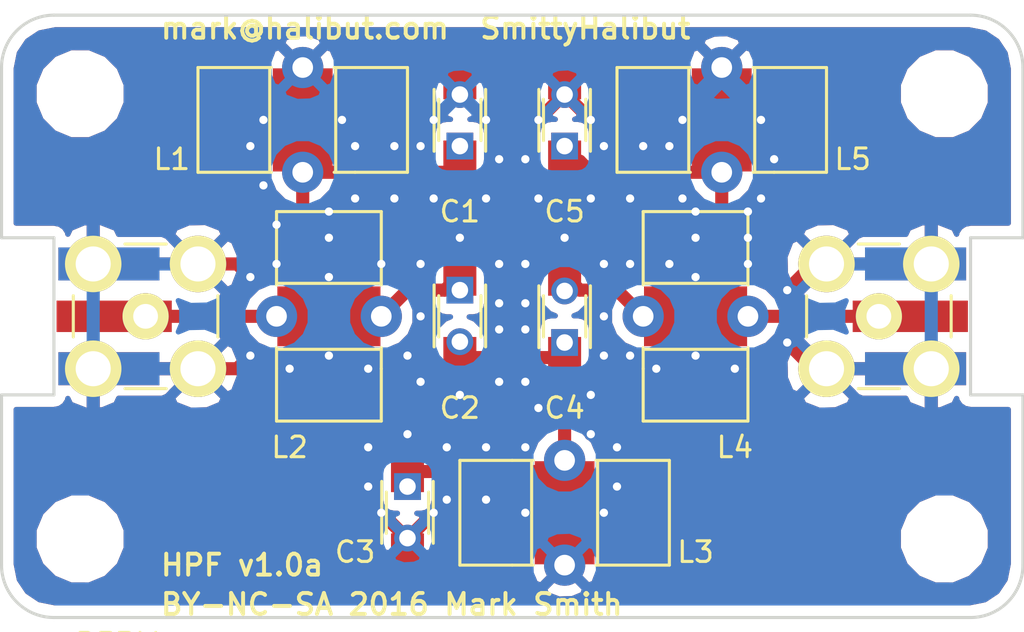
<source format=kicad_pcb>
(kicad_pcb (version 4) (host pcbnew 4.0.5-e0-6337~49~ubuntu16.04.1)

  (general
    (links 54)
    (no_connects 0)
    (area 73.214048 68.875 131.477143 103.31)
    (thickness 1.6)
    (drawings 26)
    (tracks 289)
    (zones 0)
    (modules 26)
    (nets 7)
  )

  (page A4)
  (layers
    (0 F.Cu signal hide)
    (31 B.Cu signal hide)
    (32 B.Adhes user)
    (33 F.Adhes user)
    (34 B.Paste user)
    (35 F.Paste user)
    (36 B.SilkS user)
    (37 F.SilkS user)
    (38 B.Mask user)
    (39 F.Mask user)
    (40 Dwgs.User user)
    (41 Cmts.User user)
    (42 Eco1.User user)
    (43 Eco2.User user)
    (44 Edge.Cuts user)
    (45 Margin user)
    (46 B.CrtYd user)
    (47 F.CrtYd user)
    (48 B.Fab user)
    (49 F.Fab user)
  )

  (setup
    (last_trace_width 0.635)
    (trace_clearance 0.2)
    (zone_clearance 0.508)
    (zone_45_only no)
    (trace_min 0.2)
    (segment_width 0.2)
    (edge_width 0.15)
    (via_size 0.6)
    (via_drill 0.4)
    (via_min_size 0.4)
    (via_min_drill 0.3)
    (uvia_size 0.3)
    (uvia_drill 0.1)
    (uvias_allowed no)
    (uvia_min_size 0)
    (uvia_min_drill 0)
    (pcb_text_width 0.3)
    (pcb_text_size 1.5 1.5)
    (mod_edge_width 0.15)
    (mod_text_size 1 1)
    (mod_text_width 0.15)
    (pad_size 1.524 1.524)
    (pad_drill 0.762)
    (pad_to_mask_clearance 0.2)
    (aux_axis_origin 0 0)
    (visible_elements FFFFFF7F)
    (pcbplotparams
      (layerselection 0x00030_80000001)
      (usegerberextensions false)
      (excludeedgelayer true)
      (linewidth 0.100000)
      (plotframeref false)
      (viasonmask false)
      (mode 1)
      (useauxorigin false)
      (hpglpennumber 1)
      (hpglpenspeed 20)
      (hpglpendiameter 15)
      (hpglpenoverlay 2)
      (psnegative false)
      (psa4output false)
      (plotreference true)
      (plotvalue true)
      (plotinvisibletext false)
      (padsonsilk false)
      (subtractmaskfromsilk false)
      (outputformat 1)
      (mirror false)
      (drillshape 1)
      (scaleselection 1)
      (outputdirectory ""))
  )

  (net 0 "")
  (net 1 "Net-(C1-Pad1)")
  (net 2 GND)
  (net 3 "Net-(C2-Pad2)")
  (net 4 "Net-(C4-Pad2)")
  (net 5 "Net-(C10-Pad1)")
  (net 6 "Net-(C2-Pad1)")

  (net_class Default "This is the default net class."
    (clearance 0.2)
    (trace_width 0.635)
    (via_dia 0.6)
    (via_drill 0.4)
    (uvia_dia 0.3)
    (uvia_drill 0.1)
    (add_net GND)
    (add_net "Net-(C1-Pad1)")
    (add_net "Net-(C10-Pad1)")
    (add_net "Net-(C2-Pad1)")
    (add_net "Net-(C2-Pad2)")
    (add_net "Net-(C4-Pad2)")
  )

  (module Capacitors_SMD:C_1206_HandSoldering (layer F.Cu) (tedit 585C37F9) (tstamp 585C3048)
    (at 98.425 76.2 90)
    (descr "Capacitor SMD 1206, hand soldering")
    (tags "capacitor 1206")
    (path /585C2E00)
    (attr smd)
    (fp_text reference C1 (at -4.445 0 180) (layer F.SilkS)
      (effects (font (size 1 1) (thickness 0.15)))
    )
    (fp_text value C1 (at 0.635 28.575 90) (layer F.Fab)
      (effects (font (size 1 1) (thickness 0.15)))
    )
    (fp_line (start -1.6 0.8) (end -1.6 -0.8) (layer F.Fab) (width 0.15))
    (fp_line (start 1.6 0.8) (end -1.6 0.8) (layer F.Fab) (width 0.15))
    (fp_line (start 1.6 -0.8) (end 1.6 0.8) (layer F.Fab) (width 0.15))
    (fp_line (start -1.6 -0.8) (end 1.6 -0.8) (layer F.Fab) (width 0.15))
    (fp_line (start -3.3 -1.15) (end 3.3 -1.15) (layer F.CrtYd) (width 0.05))
    (fp_line (start -3.3 1.15) (end 3.3 1.15) (layer F.CrtYd) (width 0.05))
    (fp_line (start -3.3 -1.15) (end -3.3 1.15) (layer F.CrtYd) (width 0.05))
    (fp_line (start 3.3 -1.15) (end 3.3 1.15) (layer F.CrtYd) (width 0.05))
    (fp_line (start 1 -1.025) (end -1 -1.025) (layer F.SilkS) (width 0.15))
    (fp_line (start -1 1.025) (end 1 1.025) (layer F.SilkS) (width 0.15))
    (pad 1 smd rect (at -2 0 90) (size 2 1.6) (layers F.Cu F.Paste F.Mask)
      (net 1 "Net-(C1-Pad1)"))
    (pad 2 smd rect (at 2 0 90) (size 2 1.6) (layers F.Cu F.Paste F.Mask)
      (net 2 GND))
    (model Capacitors_SMD.3dshapes/C_1206_HandSoldering.wrl
      (at (xyz 0 0 0))
      (scale (xyz 1 1 1))
      (rotate (xyz 0 0 0))
    )
  )

  (module Capacitors_SMD:C_1206_HandSoldering (layer F.Cu) (tedit 585C3801) (tstamp 585C304E)
    (at 98.425 85.725 270)
    (descr "Capacitor SMD 1206, hand soldering")
    (tags "capacitor 1206")
    (path /585C3056)
    (attr smd)
    (fp_text reference C2 (at 4.445 0 360) (layer F.SilkS)
      (effects (font (size 1 1) (thickness 0.15)))
    )
    (fp_text value C2 (at 3.81 24.13 270) (layer F.Fab)
      (effects (font (size 1 1) (thickness 0.15)))
    )
    (fp_line (start -1.6 0.8) (end -1.6 -0.8) (layer F.Fab) (width 0.15))
    (fp_line (start 1.6 0.8) (end -1.6 0.8) (layer F.Fab) (width 0.15))
    (fp_line (start 1.6 -0.8) (end 1.6 0.8) (layer F.Fab) (width 0.15))
    (fp_line (start -1.6 -0.8) (end 1.6 -0.8) (layer F.Fab) (width 0.15))
    (fp_line (start -3.3 -1.15) (end 3.3 -1.15) (layer F.CrtYd) (width 0.05))
    (fp_line (start -3.3 1.15) (end 3.3 1.15) (layer F.CrtYd) (width 0.05))
    (fp_line (start -3.3 -1.15) (end -3.3 1.15) (layer F.CrtYd) (width 0.05))
    (fp_line (start 3.3 -1.15) (end 3.3 1.15) (layer F.CrtYd) (width 0.05))
    (fp_line (start 1 -1.025) (end -1 -1.025) (layer F.SilkS) (width 0.15))
    (fp_line (start -1 1.025) (end 1 1.025) (layer F.SilkS) (width 0.15))
    (pad 1 smd rect (at -2 0 270) (size 2 1.6) (layers F.Cu F.Paste F.Mask)
      (net 6 "Net-(C2-Pad1)"))
    (pad 2 smd rect (at 2 0 270) (size 2 1.6) (layers F.Cu F.Paste F.Mask)
      (net 3 "Net-(C2-Pad2)"))
    (model Capacitors_SMD.3dshapes/C_1206_HandSoldering.wrl
      (at (xyz 0 0 0))
      (scale (xyz 1 1 1))
      (rotate (xyz 0 0 0))
    )
  )

  (module Capacitors_SMD:C_1206_HandSoldering (layer F.Cu) (tedit 585C381D) (tstamp 585C3054)
    (at 95.885 95.25 270)
    (descr "Capacitor SMD 1206, hand soldering")
    (tags "capacitor 1206")
    (path /585C2FC4)
    (attr smd)
    (fp_text reference C3 (at 1.905 2.54 360) (layer F.SilkS)
      (effects (font (size 1 1) (thickness 0.15)))
    )
    (fp_text value C3 (at 0 20.955 270) (layer F.Fab)
      (effects (font (size 1 1) (thickness 0.15)))
    )
    (fp_line (start -1.6 0.8) (end -1.6 -0.8) (layer F.Fab) (width 0.15))
    (fp_line (start 1.6 0.8) (end -1.6 0.8) (layer F.Fab) (width 0.15))
    (fp_line (start 1.6 -0.8) (end 1.6 0.8) (layer F.Fab) (width 0.15))
    (fp_line (start -1.6 -0.8) (end 1.6 -0.8) (layer F.Fab) (width 0.15))
    (fp_line (start -3.3 -1.15) (end 3.3 -1.15) (layer F.CrtYd) (width 0.05))
    (fp_line (start -3.3 1.15) (end 3.3 1.15) (layer F.CrtYd) (width 0.05))
    (fp_line (start -3.3 -1.15) (end -3.3 1.15) (layer F.CrtYd) (width 0.05))
    (fp_line (start 3.3 -1.15) (end 3.3 1.15) (layer F.CrtYd) (width 0.05))
    (fp_line (start 1 -1.025) (end -1 -1.025) (layer F.SilkS) (width 0.15))
    (fp_line (start -1 1.025) (end 1 1.025) (layer F.SilkS) (width 0.15))
    (pad 1 smd rect (at -2 0 270) (size 2 1.6) (layers F.Cu F.Paste F.Mask)
      (net 3 "Net-(C2-Pad2)"))
    (pad 2 smd rect (at 2 0 270) (size 2 1.6) (layers F.Cu F.Paste F.Mask)
      (net 2 GND))
    (model Capacitors_SMD.3dshapes/C_1206_HandSoldering.wrl
      (at (xyz 0 0 0))
      (scale (xyz 1 1 1))
      (rotate (xyz 0 0 0))
    )
  )

  (module Capacitors_SMD:C_1206_HandSoldering (layer F.Cu) (tedit 585C3806) (tstamp 585C305A)
    (at 103.505 85.725 90)
    (descr "Capacitor SMD 1206, hand soldering")
    (tags "capacitor 1206")
    (path /585C31E7)
    (attr smd)
    (fp_text reference C4 (at -4.445 0 180) (layer F.SilkS)
      (effects (font (size 1 1) (thickness 0.15)))
    )
    (fp_text value C4 (at 1.905 23.495 90) (layer F.Fab)
      (effects (font (size 1 1) (thickness 0.15)))
    )
    (fp_line (start -1.6 0.8) (end -1.6 -0.8) (layer F.Fab) (width 0.15))
    (fp_line (start 1.6 0.8) (end -1.6 0.8) (layer F.Fab) (width 0.15))
    (fp_line (start 1.6 -0.8) (end 1.6 0.8) (layer F.Fab) (width 0.15))
    (fp_line (start -1.6 -0.8) (end 1.6 -0.8) (layer F.Fab) (width 0.15))
    (fp_line (start -3.3 -1.15) (end 3.3 -1.15) (layer F.CrtYd) (width 0.05))
    (fp_line (start -3.3 1.15) (end 3.3 1.15) (layer F.CrtYd) (width 0.05))
    (fp_line (start -3.3 -1.15) (end -3.3 1.15) (layer F.CrtYd) (width 0.05))
    (fp_line (start 3.3 -1.15) (end 3.3 1.15) (layer F.CrtYd) (width 0.05))
    (fp_line (start 1 -1.025) (end -1 -1.025) (layer F.SilkS) (width 0.15))
    (fp_line (start -1 1.025) (end 1 1.025) (layer F.SilkS) (width 0.15))
    (pad 1 smd rect (at -2 0 90) (size 2 1.6) (layers F.Cu F.Paste F.Mask)
      (net 3 "Net-(C2-Pad2)"))
    (pad 2 smd rect (at 2 0 90) (size 2 1.6) (layers F.Cu F.Paste F.Mask)
      (net 4 "Net-(C4-Pad2)"))
    (model Capacitors_SMD.3dshapes/C_1206_HandSoldering.wrl
      (at (xyz 0 0 0))
      (scale (xyz 1 1 1))
      (rotate (xyz 0 0 0))
    )
  )

  (module Capacitors_SMD:C_1206_HandSoldering (layer F.Cu) (tedit 585C37EE) (tstamp 585C3060)
    (at 103.505 76.2 90)
    (descr "Capacitor SMD 1206, hand soldering")
    (tags "capacitor 1206")
    (path /585C303A)
    (attr smd)
    (fp_text reference C5 (at -4.445 0 180) (layer F.SilkS)
      (effects (font (size 1 1) (thickness 0.15)))
    )
    (fp_text value C5 (at 1.905 24.13 90) (layer F.Fab)
      (effects (font (size 1 1) (thickness 0.15)))
    )
    (fp_line (start -1.6 0.8) (end -1.6 -0.8) (layer F.Fab) (width 0.15))
    (fp_line (start 1.6 0.8) (end -1.6 0.8) (layer F.Fab) (width 0.15))
    (fp_line (start 1.6 -0.8) (end 1.6 0.8) (layer F.Fab) (width 0.15))
    (fp_line (start -1.6 -0.8) (end 1.6 -0.8) (layer F.Fab) (width 0.15))
    (fp_line (start -3.3 -1.15) (end 3.3 -1.15) (layer F.CrtYd) (width 0.05))
    (fp_line (start -3.3 1.15) (end 3.3 1.15) (layer F.CrtYd) (width 0.05))
    (fp_line (start -3.3 -1.15) (end -3.3 1.15) (layer F.CrtYd) (width 0.05))
    (fp_line (start 3.3 -1.15) (end 3.3 1.15) (layer F.CrtYd) (width 0.05))
    (fp_line (start 1 -1.025) (end -1 -1.025) (layer F.SilkS) (width 0.15))
    (fp_line (start -1 1.025) (end 1 1.025) (layer F.SilkS) (width 0.15))
    (pad 1 smd rect (at -2 0 90) (size 2 1.6) (layers F.Cu F.Paste F.Mask)
      (net 5 "Net-(C10-Pad1)"))
    (pad 2 smd rect (at 2 0 90) (size 2 1.6) (layers F.Cu F.Paste F.Mask)
      (net 2 GND))
    (model Capacitors_SMD.3dshapes/C_1206_HandSoldering.wrl
      (at (xyz 0 0 0))
      (scale (xyz 1 1 1))
      (rotate (xyz 0 0 0))
    )
  )

  (module Capacitors_ThroughHole:C_Disc_D3_P2.5 (layer F.Cu) (tedit 585C37FC) (tstamp 585C3066)
    (at 98.425 77.47 90)
    (descr "Capacitor 3mm Disc, Pitch 2.5mm")
    (tags Capacitor)
    (path /585C374F)
    (fp_text reference C6 (at 1.905 29.21 90) (layer F.SilkS)
      (effects (font (size 1 1) (thickness 0.15)))
    )
    (fp_text value C1 (at 1.905 29.21 90) (layer F.Fab)
      (effects (font (size 1 1) (thickness 0.15)))
    )
    (fp_line (start -0.9 -1.5) (end 3.4 -1.5) (layer F.CrtYd) (width 0.05))
    (fp_line (start 3.4 -1.5) (end 3.4 1.5) (layer F.CrtYd) (width 0.05))
    (fp_line (start 3.4 1.5) (end -0.9 1.5) (layer F.CrtYd) (width 0.05))
    (fp_line (start -0.9 1.5) (end -0.9 -1.5) (layer F.CrtYd) (width 0.05))
    (fp_line (start -0.25 -1.25) (end 2.75 -1.25) (layer F.SilkS) (width 0.15))
    (fp_line (start 2.75 1.25) (end -0.25 1.25) (layer F.SilkS) (width 0.15))
    (pad 1 thru_hole rect (at 0 0 90) (size 1.3 1.3) (drill 0.8) (layers *.Cu *.Mask)
      (net 1 "Net-(C1-Pad1)"))
    (pad 2 thru_hole circle (at 2.5 0 90) (size 1.3 1.3) (drill 0.8001) (layers *.Cu *.Mask)
      (net 2 GND))
    (model Capacitors_ThroughHole.3dshapes/C_Disc_D3_P2.5.wrl
      (at (xyz 0.0492126 0 0))
      (scale (xyz 1 1 1))
      (rotate (xyz 0 0 0))
    )
  )

  (module Capacitors_ThroughHole:C_Disc_D3_P2.5 (layer F.Cu) (tedit 585C3808) (tstamp 585C306C)
    (at 98.425 84.455 270)
    (descr "Capacitor 3mm Disc, Pitch 2.5mm")
    (tags Capacitor)
    (path /585C3638)
    (fp_text reference C7 (at 1.905 -28.575 270) (layer F.SilkS)
      (effects (font (size 1 1) (thickness 0.15)))
    )
    (fp_text value C2 (at 5.715 24.13 270) (layer F.Fab)
      (effects (font (size 1 1) (thickness 0.15)))
    )
    (fp_line (start -0.9 -1.5) (end 3.4 -1.5) (layer F.CrtYd) (width 0.05))
    (fp_line (start 3.4 -1.5) (end 3.4 1.5) (layer F.CrtYd) (width 0.05))
    (fp_line (start 3.4 1.5) (end -0.9 1.5) (layer F.CrtYd) (width 0.05))
    (fp_line (start -0.9 1.5) (end -0.9 -1.5) (layer F.CrtYd) (width 0.05))
    (fp_line (start -0.25 -1.25) (end 2.75 -1.25) (layer F.SilkS) (width 0.15))
    (fp_line (start 2.75 1.25) (end -0.25 1.25) (layer F.SilkS) (width 0.15))
    (pad 1 thru_hole rect (at 0 0 270) (size 1.3 1.3) (drill 0.8) (layers *.Cu *.Mask)
      (net 6 "Net-(C2-Pad1)"))
    (pad 2 thru_hole circle (at 2.5 0 270) (size 1.3 1.3) (drill 0.8001) (layers *.Cu *.Mask)
      (net 3 "Net-(C2-Pad2)"))
    (model Capacitors_ThroughHole.3dshapes/C_Disc_D3_P2.5.wrl
      (at (xyz 0.0492126 0 0))
      (scale (xyz 1 1 1))
      (rotate (xyz 0 0 0))
    )
  )

  (module Capacitors_ThroughHole:C_Disc_D3_P2.5 (layer F.Cu) (tedit 585C37AC) (tstamp 585C3072)
    (at 95.885 93.98 270)
    (descr "Capacitor 3mm Disc, Pitch 2.5mm")
    (tags Capacitor)
    (path /585C37EF)
    (fp_text reference C8 (at 2.54 21.59 270) (layer F.SilkS)
      (effects (font (size 1 1) (thickness 0.15)))
    )
    (fp_text value C3 (at 1.27 20.955 270) (layer F.Fab)
      (effects (font (size 1 1) (thickness 0.15)))
    )
    (fp_line (start -0.9 -1.5) (end 3.4 -1.5) (layer F.CrtYd) (width 0.05))
    (fp_line (start 3.4 -1.5) (end 3.4 1.5) (layer F.CrtYd) (width 0.05))
    (fp_line (start 3.4 1.5) (end -0.9 1.5) (layer F.CrtYd) (width 0.05))
    (fp_line (start -0.9 1.5) (end -0.9 -1.5) (layer F.CrtYd) (width 0.05))
    (fp_line (start -0.25 -1.25) (end 2.75 -1.25) (layer F.SilkS) (width 0.15))
    (fp_line (start 2.75 1.25) (end -0.25 1.25) (layer F.SilkS) (width 0.15))
    (pad 1 thru_hole rect (at 0 0 270) (size 1.3 1.3) (drill 0.8) (layers *.Cu *.Mask)
      (net 3 "Net-(C2-Pad2)"))
    (pad 2 thru_hole circle (at 2.5 0 270) (size 1.3 1.3) (drill 0.8001) (layers *.Cu *.Mask)
      (net 2 GND))
    (model Capacitors_ThroughHole.3dshapes/C_Disc_D3_P2.5.wrl
      (at (xyz 0.0492126 0 0))
      (scale (xyz 1 1 1))
      (rotate (xyz 0 0 0))
    )
  )

  (module Capacitors_ThroughHole:C_Disc_D3_P2.5 (layer F.Cu) (tedit 585C380B) (tstamp 585C3078)
    (at 103.505 86.995 90)
    (descr "Capacitor 3mm Disc, Pitch 2.5mm")
    (tags Capacitor)
    (path /585C36C2)
    (fp_text reference C9 (at 2.54 24.13 90) (layer F.SilkS)
      (effects (font (size 1 1) (thickness 0.15)))
    )
    (fp_text value C4 (at 3.81 24.13 90) (layer F.Fab)
      (effects (font (size 1 1) (thickness 0.15)))
    )
    (fp_line (start -0.9 -1.5) (end 3.4 -1.5) (layer F.CrtYd) (width 0.05))
    (fp_line (start 3.4 -1.5) (end 3.4 1.5) (layer F.CrtYd) (width 0.05))
    (fp_line (start 3.4 1.5) (end -0.9 1.5) (layer F.CrtYd) (width 0.05))
    (fp_line (start -0.9 1.5) (end -0.9 -1.5) (layer F.CrtYd) (width 0.05))
    (fp_line (start -0.25 -1.25) (end 2.75 -1.25) (layer F.SilkS) (width 0.15))
    (fp_line (start 2.75 1.25) (end -0.25 1.25) (layer F.SilkS) (width 0.15))
    (pad 1 thru_hole rect (at 0 0 90) (size 1.3 1.3) (drill 0.8) (layers *.Cu *.Mask)
      (net 3 "Net-(C2-Pad2)"))
    (pad 2 thru_hole circle (at 2.5 0 90) (size 1.3 1.3) (drill 0.8001) (layers *.Cu *.Mask)
      (net 4 "Net-(C4-Pad2)"))
    (model Capacitors_ThroughHole.3dshapes/C_Disc_D3_P2.5.wrl
      (at (xyz 0.0492126 0 0))
      (scale (xyz 1 1 1))
      (rotate (xyz 0 0 0))
    )
  )

  (module Capacitors_ThroughHole:C_Disc_D3_P2.5 (layer F.Cu) (tedit 585C37F3) (tstamp 585C307E)
    (at 103.505 77.47 90)
    (descr "Capacitor 3mm Disc, Pitch 2.5mm")
    (tags Capacitor)
    (path /585C3888)
    (fp_text reference C10 (at 1.905 23.495 90) (layer F.SilkS)
      (effects (font (size 1 1) (thickness 0.15)))
    )
    (fp_text value C5 (at 3.175 23.495 90) (layer F.Fab)
      (effects (font (size 1 1) (thickness 0.15)))
    )
    (fp_line (start -0.9 -1.5) (end 3.4 -1.5) (layer F.CrtYd) (width 0.05))
    (fp_line (start 3.4 -1.5) (end 3.4 1.5) (layer F.CrtYd) (width 0.05))
    (fp_line (start 3.4 1.5) (end -0.9 1.5) (layer F.CrtYd) (width 0.05))
    (fp_line (start -0.9 1.5) (end -0.9 -1.5) (layer F.CrtYd) (width 0.05))
    (fp_line (start -0.25 -1.25) (end 2.75 -1.25) (layer F.SilkS) (width 0.15))
    (fp_line (start 2.75 1.25) (end -0.25 1.25) (layer F.SilkS) (width 0.15))
    (pad 1 thru_hole rect (at 0 0 90) (size 1.3 1.3) (drill 0.8) (layers *.Cu *.Mask)
      (net 5 "Net-(C10-Pad1)"))
    (pad 2 thru_hole circle (at 2.5 0 90) (size 1.3 1.3) (drill 0.8001) (layers *.Cu *.Mask)
      (net 2 GND))
    (model Capacitors_ThroughHole.3dshapes/C_Disc_D3_P2.5.wrl
      (at (xyz 0.0492126 0 0))
      (scale (xyz 1 1 1))
      (rotate (xyz 0 0 0))
    )
  )

  (module Choke_Toroid_ThroughHole:Choke_Toroid_5x10mm_Vertical (layer F.Cu) (tedit 585C378D) (tstamp 585C3084)
    (at 85.725 78.74)
    (descr "Toroid, Coil, Choke,  5mm x 10mm, Vertical, Inductor, Drossel, Thruhole,")
    (tags "Toroid, Coil, Choke, 5mm x 10mm, Vertical, Inductor, Drossel, Thruhole,")
    (path /585C2E4F)
    (fp_text reference L1 (at -1.27 -0.635) (layer F.SilkS)
      (effects (font (size 1 1) (thickness 0.15)))
    )
    (fp_text value L1 (at -11.43 0) (layer F.Fab)
      (effects (font (size 1 1) (thickness 0.15)))
    )
    (fp_line (start 0 0) (end 3.556 0) (layer F.SilkS) (width 0.15))
    (fp_line (start 0 -5.08) (end 3.556 -5.08) (layer F.SilkS) (width 0.15))
    (fp_line (start 7.62 0) (end 6.604 0) (layer F.SilkS) (width 0.15))
    (fp_line (start 7.62 -5.08) (end 6.604 -5.08) (layer F.SilkS) (width 0.15))
    (fp_line (start 10.16 0) (end 7.62 0) (layer F.SilkS) (width 0.15))
    (fp_line (start 10.16 -5.08) (end 7.62 -5.08) (layer F.SilkS) (width 0.15))
    (fp_line (start 10.16 0) (end 10.16 -5.08) (layer F.SilkS) (width 0.15))
    (fp_line (start 0 -5.08) (end 0 0) (layer F.SilkS) (width 0.15))
    (pad 1 thru_hole circle (at 5.08 0) (size 1.99898 1.99898) (drill 1.00076) (layers *.Cu *.Mask)
      (net 1 "Net-(C1-Pad1)"))
    (pad 2 thru_hole circle (at 5.08 -5.08) (size 1.99898 1.99898) (drill 1.00076) (layers *.Cu *.Mask)
      (net 2 GND))
  )

  (module Choke_Toroid_ThroughHole:Choke_Toroid_5x10mm_Vertical (layer F.Cu) (tedit 585C37A8) (tstamp 585C308A)
    (at 89.535 80.645 270)
    (descr "Toroid, Coil, Choke,  5mm x 10mm, Vertical, Inductor, Drossel, Thruhole,")
    (tags "Toroid, Coil, Choke, 5mm x 10mm, Vertical, Inductor, Drossel, Thruhole,")
    (path /585C30A3)
    (fp_text reference L2 (at 11.43 -0.635 360) (layer F.SilkS)
      (effects (font (size 1 1) (thickness 0.15)))
    )
    (fp_text value L2 (at 6.35 2.54 270) (layer F.Fab)
      (effects (font (size 1 1) (thickness 0.15)))
    )
    (fp_line (start 0 0) (end 3.556 0) (layer F.SilkS) (width 0.15))
    (fp_line (start 0 -5.08) (end 3.556 -5.08) (layer F.SilkS) (width 0.15))
    (fp_line (start 7.62 0) (end 6.604 0) (layer F.SilkS) (width 0.15))
    (fp_line (start 7.62 -5.08) (end 6.604 -5.08) (layer F.SilkS) (width 0.15))
    (fp_line (start 10.16 0) (end 7.62 0) (layer F.SilkS) (width 0.15))
    (fp_line (start 10.16 -5.08) (end 7.62 -5.08) (layer F.SilkS) (width 0.15))
    (fp_line (start 10.16 0) (end 10.16 -5.08) (layer F.SilkS) (width 0.15))
    (fp_line (start 0 -5.08) (end 0 0) (layer F.SilkS) (width 0.15))
    (pad 1 thru_hole circle (at 5.08 0 270) (size 1.99898 1.99898) (drill 1.00076) (layers *.Cu *.Mask)
      (net 1 "Net-(C1-Pad1)"))
    (pad 2 thru_hole circle (at 5.08 -5.08 270) (size 1.99898 1.99898) (drill 1.00076) (layers *.Cu *.Mask)
      (net 6 "Net-(C2-Pad1)"))
  )

  (module Choke_Toroid_ThroughHole:Choke_Toroid_5x10mm_Vertical (layer F.Cu) (tedit 585C37BE) (tstamp 585C3090)
    (at 108.585 92.71 180)
    (descr "Toroid, Coil, Choke,  5mm x 10mm, Vertical, Inductor, Drossel, Thruhole,")
    (tags "Toroid, Coil, Choke, 5mm x 10mm, Vertical, Inductor, Drossel, Thruhole,")
    (path /585C2FCA)
    (fp_text reference L3 (at -1.27 -4.445 180) (layer F.SilkS)
      (effects (font (size 1 1) (thickness 0.15)))
    )
    (fp_text value L3 (at -19.05 1.905 180) (layer F.Fab)
      (effects (font (size 1 1) (thickness 0.15)))
    )
    (fp_line (start 0 0) (end 3.556 0) (layer F.SilkS) (width 0.15))
    (fp_line (start 0 -5.08) (end 3.556 -5.08) (layer F.SilkS) (width 0.15))
    (fp_line (start 7.62 0) (end 6.604 0) (layer F.SilkS) (width 0.15))
    (fp_line (start 7.62 -5.08) (end 6.604 -5.08) (layer F.SilkS) (width 0.15))
    (fp_line (start 10.16 0) (end 7.62 0) (layer F.SilkS) (width 0.15))
    (fp_line (start 10.16 -5.08) (end 7.62 -5.08) (layer F.SilkS) (width 0.15))
    (fp_line (start 10.16 0) (end 10.16 -5.08) (layer F.SilkS) (width 0.15))
    (fp_line (start 0 -5.08) (end 0 0) (layer F.SilkS) (width 0.15))
    (pad 1 thru_hole circle (at 5.08 0 180) (size 1.99898 1.99898) (drill 1.00076) (layers *.Cu *.Mask)
      (net 3 "Net-(C2-Pad2)"))
    (pad 2 thru_hole circle (at 5.08 -5.08 180) (size 1.99898 1.99898) (drill 1.00076) (layers *.Cu *.Mask)
      (net 2 GND))
  )

  (module Choke_Toroid_ThroughHole:Choke_Toroid_5x10mm_Vertical (layer F.Cu) (tedit 585C37D2) (tstamp 585C3096)
    (at 107.315 80.645 270)
    (descr "Toroid, Coil, Choke,  5mm x 10mm, Vertical, Inductor, Drossel, Thruhole,")
    (tags "Toroid, Coil, Choke, 5mm x 10mm, Vertical, Inductor, Drossel, Thruhole,")
    (path /585C31ED)
    (fp_text reference L4 (at 11.43 -4.445 360) (layer F.SilkS)
      (effects (font (size 1 1) (thickness 0.15)))
    )
    (fp_text value L4 (at 3.175 -19.685 270) (layer F.Fab)
      (effects (font (size 1 1) (thickness 0.15)))
    )
    (fp_line (start 0 0) (end 3.556 0) (layer F.SilkS) (width 0.15))
    (fp_line (start 0 -5.08) (end 3.556 -5.08) (layer F.SilkS) (width 0.15))
    (fp_line (start 7.62 0) (end 6.604 0) (layer F.SilkS) (width 0.15))
    (fp_line (start 7.62 -5.08) (end 6.604 -5.08) (layer F.SilkS) (width 0.15))
    (fp_line (start 10.16 0) (end 7.62 0) (layer F.SilkS) (width 0.15))
    (fp_line (start 10.16 -5.08) (end 7.62 -5.08) (layer F.SilkS) (width 0.15))
    (fp_line (start 10.16 0) (end 10.16 -5.08) (layer F.SilkS) (width 0.15))
    (fp_line (start 0 -5.08) (end 0 0) (layer F.SilkS) (width 0.15))
    (pad 1 thru_hole circle (at 5.08 0 270) (size 1.99898 1.99898) (drill 1.00076) (layers *.Cu *.Mask)
      (net 4 "Net-(C4-Pad2)"))
    (pad 2 thru_hole circle (at 5.08 -5.08 270) (size 1.99898 1.99898) (drill 1.00076) (layers *.Cu *.Mask)
      (net 5 "Net-(C10-Pad1)"))
  )

  (module Choke_Toroid_ThroughHole:Choke_Toroid_5x10mm_Vertical (layer F.Cu) (tedit 585C37D9) (tstamp 585C309C)
    (at 106.045 78.74)
    (descr "Toroid, Coil, Choke,  5mm x 10mm, Vertical, Inductor, Drossel, Thruhole,")
    (tags "Toroid, Coil, Choke, 5mm x 10mm, Vertical, Inductor, Drossel, Thruhole,")
    (path /585C3040)
    (fp_text reference L5 (at 11.43 -0.635) (layer F.SilkS)
      (effects (font (size 1 1) (thickness 0.15)))
    )
    (fp_text value L5 (at 20.955 1.905) (layer F.Fab)
      (effects (font (size 1 1) (thickness 0.15)))
    )
    (fp_line (start 0 0) (end 3.556 0) (layer F.SilkS) (width 0.15))
    (fp_line (start 0 -5.08) (end 3.556 -5.08) (layer F.SilkS) (width 0.15))
    (fp_line (start 7.62 0) (end 6.604 0) (layer F.SilkS) (width 0.15))
    (fp_line (start 7.62 -5.08) (end 6.604 -5.08) (layer F.SilkS) (width 0.15))
    (fp_line (start 10.16 0) (end 7.62 0) (layer F.SilkS) (width 0.15))
    (fp_line (start 10.16 -5.08) (end 7.62 -5.08) (layer F.SilkS) (width 0.15))
    (fp_line (start 10.16 0) (end 10.16 -5.08) (layer F.SilkS) (width 0.15))
    (fp_line (start 0 -5.08) (end 0 0) (layer F.SilkS) (width 0.15))
    (pad 1 thru_hole circle (at 5.08 0) (size 1.99898 1.99898) (drill 1.00076) (layers *.Cu *.Mask)
      (net 5 "Net-(C10-Pad1)"))
    (pad 2 thru_hole circle (at 5.08 -5.08) (size 1.99898 1.99898) (drill 1.00076) (layers *.Cu *.Mask)
      (net 2 GND))
  )

  (module Libraries:SMA_Vertical_Or_Edge (layer F.Cu) (tedit 585C3798) (tstamp 585C30C8)
    (at 83.185 85.725 270)
    (descr "SMB pcb mounting jack")
    (tags "SMB Jack  Striaght")
    (path /585C2D3C)
    (fp_text reference P1 (at 1.27 8.89 270) (layer F.SilkS)
      (effects (font (size 1 1) (thickness 0.15)))
    )
    (fp_text value BNC (at 0 8.89 270) (layer F.Fab)
      (effects (font (size 1 1) (thickness 0.15)))
    )
    (fp_line (start -4.25 -4.25) (end 4.25 -4.25) (layer B.CrtYd) (width 0.05))
    (fp_line (start 4.25 -4.25) (end 4.25 4.25) (layer B.CrtYd) (width 0.05))
    (fp_line (start 4.25 4.25) (end -4.25 4.25) (layer B.CrtYd) (width 0.05))
    (fp_line (start -4.25 4.25) (end -4.25 -4.25) (layer B.CrtYd) (width 0.05))
    (fp_line (start 4.25 4.25) (end -4.25 4.25) (layer F.CrtYd) (width 0.05))
    (fp_line (start -4.25 4.25) (end -4.25 -4.25) (layer F.CrtYd) (width 0.05))
    (fp_line (start 4.25 -4.25) (end 4.25 4.25) (layer F.CrtYd) (width 0.05))
    (fp_line (start -4.25 -4.25) (end 4.25 -4.25) (layer F.CrtYd) (width 0.05))
    (fp_line (start -1 -3.5052) (end 1 -3.5052) (layer F.SilkS) (width 0.15))
    (fp_line (start 3.5052 -1) (end 3.5052 1) (layer F.SilkS) (width 0.15))
    (fp_line (start 1 3.5052) (end -1 3.5052) (layer F.SilkS) (width 0.15))
    (fp_line (start -3.5052 1) (end -3.5052 -1) (layer F.SilkS) (width 0.15))
    (pad 2 thru_hole circle (at -2.54 2.54 270) (size 2.74 2.74) (drill 1.7) (layers *.Cu *.Mask F.SilkS)
      (net 2 GND))
    (pad 2 smd rect (at 2.54 1.778 270) (size 1.6002 4.9022) (layers B.Cu B.Paste B.Mask)
      (net 2 GND))
    (pad 2 thru_hole circle (at 2.54 2.54 270) (size 2.74 2.74) (drill 1.7) (layers *.Cu *.Mask F.SilkS)
      (net 2 GND))
    (pad 2 thru_hole circle (at 2.54 -2.54 270) (size 2.74 2.74) (drill 1.7) (layers *.Cu *.Mask F.SilkS)
      (net 2 GND))
    (pad 2 thru_hole circle (at -2.54 -2.54 270) (size 2.74 2.74) (drill 1.7) (layers *.Cu *.Mask F.SilkS)
      (net 2 GND))
    (pad 1 thru_hole circle (at 0 0 270) (size 2.24 2.24) (drill 1.2) (layers *.Cu *.Mask F.SilkS)
      (net 1 "Net-(C1-Pad1)"))
    (pad 1 smd rect (at 0 1.524 270) (size 1.524 5.588) (layers F.Cu F.Paste F.Mask)
      (net 1 "Net-(C1-Pad1)"))
    (pad 2 smd rect (at -2.54 1.778 270) (size 1.6002 4.9022) (layers F.Cu F.Paste F.Mask)
      (net 2 GND))
    (pad 2 smd rect (at 2.54 1.778 270) (size 1.6002 4.9022) (layers F.Cu F.Paste F.Mask)
      (net 2 GND))
    (pad 2 smd rect (at -2.54 1.778 270) (size 1.6002 4.9022) (layers B.Cu B.Paste B.Mask)
      (net 2 GND))
    (model Connect.3dshapes/SMB_Straight.wrl
      (at (xyz 0 0 0))
      (scale (xyz 1 1 1))
      (rotate (xyz 0 0 0))
    )
  )

  (module Libraries:SMA_Vertical_Or_Edge (layer F.Cu) (tedit 585C37C5) (tstamp 585C30D6)
    (at 118.745 85.725 90)
    (descr "SMB pcb mounting jack")
    (tags "SMB Jack  Striaght")
    (path /585C2C10)
    (fp_text reference P2 (at -0.635 8.89 90) (layer F.SilkS)
      (effects (font (size 1 1) (thickness 0.15)))
    )
    (fp_text value BNC (at 0.635 8.89 90) (layer F.Fab)
      (effects (font (size 1 1) (thickness 0.15)))
    )
    (fp_line (start -4.25 -4.25) (end 4.25 -4.25) (layer B.CrtYd) (width 0.05))
    (fp_line (start 4.25 -4.25) (end 4.25 4.25) (layer B.CrtYd) (width 0.05))
    (fp_line (start 4.25 4.25) (end -4.25 4.25) (layer B.CrtYd) (width 0.05))
    (fp_line (start -4.25 4.25) (end -4.25 -4.25) (layer B.CrtYd) (width 0.05))
    (fp_line (start 4.25 4.25) (end -4.25 4.25) (layer F.CrtYd) (width 0.05))
    (fp_line (start -4.25 4.25) (end -4.25 -4.25) (layer F.CrtYd) (width 0.05))
    (fp_line (start 4.25 -4.25) (end 4.25 4.25) (layer F.CrtYd) (width 0.05))
    (fp_line (start -4.25 -4.25) (end 4.25 -4.25) (layer F.CrtYd) (width 0.05))
    (fp_line (start -1 -3.5052) (end 1 -3.5052) (layer F.SilkS) (width 0.15))
    (fp_line (start 3.5052 -1) (end 3.5052 1) (layer F.SilkS) (width 0.15))
    (fp_line (start 1 3.5052) (end -1 3.5052) (layer F.SilkS) (width 0.15))
    (fp_line (start -3.5052 1) (end -3.5052 -1) (layer F.SilkS) (width 0.15))
    (pad 2 thru_hole circle (at -2.54 2.54 90) (size 2.74 2.74) (drill 1.7) (layers *.Cu *.Mask F.SilkS)
      (net 2 GND))
    (pad 2 smd rect (at 2.54 1.778 90) (size 1.6002 4.9022) (layers B.Cu B.Paste B.Mask)
      (net 2 GND))
    (pad 2 thru_hole circle (at 2.54 2.54 90) (size 2.74 2.74) (drill 1.7) (layers *.Cu *.Mask F.SilkS)
      (net 2 GND))
    (pad 2 thru_hole circle (at 2.54 -2.54 90) (size 2.74 2.74) (drill 1.7) (layers *.Cu *.Mask F.SilkS)
      (net 2 GND))
    (pad 2 thru_hole circle (at -2.54 -2.54 90) (size 2.74 2.74) (drill 1.7) (layers *.Cu *.Mask F.SilkS)
      (net 2 GND))
    (pad 1 thru_hole circle (at 0 0 90) (size 2.24 2.24) (drill 1.2) (layers *.Cu *.Mask F.SilkS)
      (net 5 "Net-(C10-Pad1)"))
    (pad 1 smd rect (at 0 1.524 90) (size 1.524 5.588) (layers F.Cu F.Paste F.Mask)
      (net 5 "Net-(C10-Pad1)"))
    (pad 2 smd rect (at -2.54 1.778 90) (size 1.6002 4.9022) (layers F.Cu F.Paste F.Mask)
      (net 2 GND))
    (pad 2 smd rect (at 2.54 1.778 90) (size 1.6002 4.9022) (layers F.Cu F.Paste F.Mask)
      (net 2 GND))
    (pad 2 smd rect (at -2.54 1.778 90) (size 1.6002 4.9022) (layers B.Cu B.Paste B.Mask)
      (net 2 GND))
    (model Connect.3dshapes/SMB_Straight.wrl
      (at (xyz 0 0 0))
      (scale (xyz 1 1 1))
      (rotate (xyz 0 0 0))
    )
  )

  (module Inductors:Inductor_Taiyo-Yuden_NR-30xx_HandSoldering (layer F.Cu) (tedit 585C378A) (tstamp 585C3161)
    (at 90.805 76.2 90)
    (descr "Inductor, Taiyo Yuden, NR series, Taiyo-Yuden_NR-30xx, 3.0mmx3.0mm")
    (tags "inductor taiyo-yuden nr smd")
    (path /585C37A7)
    (attr smd)
    (fp_text reference L6 (at 0 -16.51 90) (layer F.SilkS)
      (effects (font (size 1 1) (thickness 0.15)))
    )
    (fp_text value L1 (at -0.635 -16.51 90) (layer F.Fab)
      (effects (font (size 1 1) (thickness 0.15)))
    )
    (fp_line (start -1.5 0) (end -1.5 -0.95) (layer F.Fab) (width 0.15))
    (fp_line (start -1.5 -0.95) (end -0.95 -1.5) (layer F.Fab) (width 0.15))
    (fp_line (start -0.95 -1.5) (end 0 -1.5) (layer F.Fab) (width 0.15))
    (fp_line (start 1.5 0) (end 1.5 -0.95) (layer F.Fab) (width 0.15))
    (fp_line (start 1.5 -0.95) (end 0.95 -1.5) (layer F.Fab) (width 0.15))
    (fp_line (start 0.95 -1.5) (end 0 -1.5) (layer F.Fab) (width 0.15))
    (fp_line (start 1.5 0) (end 1.5 0.95) (layer F.Fab) (width 0.15))
    (fp_line (start 1.5 0.95) (end 0.95 1.5) (layer F.Fab) (width 0.15))
    (fp_line (start 0.95 1.5) (end 0 1.5) (layer F.Fab) (width 0.15))
    (fp_line (start -1.5 0) (end -1.5 0.95) (layer F.Fab) (width 0.15))
    (fp_line (start -1.5 0.95) (end -0.95 1.5) (layer F.Fab) (width 0.15))
    (fp_line (start -0.95 1.5) (end 0 1.5) (layer F.Fab) (width 0.15))
    (fp_line (start -2.5 -1.6) (end 2.5 -1.6) (layer F.SilkS) (width 0.15))
    (fp_line (start -2.5 1.6) (end 2.5 1.6) (layer F.SilkS) (width 0.15))
    (fp_line (start -2.75 -1.8) (end -2.75 1.8) (layer F.CrtYd) (width 0.05))
    (fp_line (start -2.75 1.8) (end 2.75 1.8) (layer F.CrtYd) (width 0.05))
    (fp_line (start 2.75 1.8) (end 2.75 -1.8) (layer F.CrtYd) (width 0.05))
    (fp_line (start 2.75 -1.8) (end -2.75 -1.8) (layer F.CrtYd) (width 0.05))
    (pad 1 smd rect (at -1.6 0 90) (size 1.8 2.9) (layers F.Cu F.Paste F.Mask)
      (net 1 "Net-(C1-Pad1)"))
    (pad 2 smd rect (at 1.6 0 90) (size 1.8 2.9) (layers F.Cu F.Paste F.Mask)
      (net 2 GND))
    (model Inductors.3dshapes/Inductor_Taiyo-Yuden_NR-30xx.wrl
      (at (xyz 0 0 0))
      (scale (xyz 1 1 1))
      (rotate (xyz 0 0 0))
    )
  )

  (module Inductors:Inductor_Taiyo-Yuden_NR-30xx_HandSoldering (layer F.Cu) (tedit 585C3794) (tstamp 585C3167)
    (at 92.075 85.725)
    (descr "Inductor, Taiyo Yuden, NR series, Taiyo-Yuden_NR-30xx, 3.0mmx3.0mm")
    (tags "inductor taiyo-yuden nr smd")
    (path /585C3682)
    (attr smd)
    (fp_text reference L7 (at -17.145 -5.08) (layer F.SilkS)
      (effects (font (size 1 1) (thickness 0.15)))
    )
    (fp_text value L2 (at -17.78 -3.175) (layer F.Fab)
      (effects (font (size 1 1) (thickness 0.15)))
    )
    (fp_line (start -1.5 0) (end -1.5 -0.95) (layer F.Fab) (width 0.15))
    (fp_line (start -1.5 -0.95) (end -0.95 -1.5) (layer F.Fab) (width 0.15))
    (fp_line (start -0.95 -1.5) (end 0 -1.5) (layer F.Fab) (width 0.15))
    (fp_line (start 1.5 0) (end 1.5 -0.95) (layer F.Fab) (width 0.15))
    (fp_line (start 1.5 -0.95) (end 0.95 -1.5) (layer F.Fab) (width 0.15))
    (fp_line (start 0.95 -1.5) (end 0 -1.5) (layer F.Fab) (width 0.15))
    (fp_line (start 1.5 0) (end 1.5 0.95) (layer F.Fab) (width 0.15))
    (fp_line (start 1.5 0.95) (end 0.95 1.5) (layer F.Fab) (width 0.15))
    (fp_line (start 0.95 1.5) (end 0 1.5) (layer F.Fab) (width 0.15))
    (fp_line (start -1.5 0) (end -1.5 0.95) (layer F.Fab) (width 0.15))
    (fp_line (start -1.5 0.95) (end -0.95 1.5) (layer F.Fab) (width 0.15))
    (fp_line (start -0.95 1.5) (end 0 1.5) (layer F.Fab) (width 0.15))
    (fp_line (start -2.5 -1.6) (end 2.5 -1.6) (layer F.SilkS) (width 0.15))
    (fp_line (start -2.5 1.6) (end 2.5 1.6) (layer F.SilkS) (width 0.15))
    (fp_line (start -2.75 -1.8) (end -2.75 1.8) (layer F.CrtYd) (width 0.05))
    (fp_line (start -2.75 1.8) (end 2.75 1.8) (layer F.CrtYd) (width 0.05))
    (fp_line (start 2.75 1.8) (end 2.75 -1.8) (layer F.CrtYd) (width 0.05))
    (fp_line (start 2.75 -1.8) (end -2.75 -1.8) (layer F.CrtYd) (width 0.05))
    (pad 1 smd rect (at -1.6 0) (size 1.8 2.9) (layers F.Cu F.Paste F.Mask)
      (net 1 "Net-(C1-Pad1)"))
    (pad 2 smd rect (at 1.6 0) (size 1.8 2.9) (layers F.Cu F.Paste F.Mask)
      (net 6 "Net-(C2-Pad1)"))
    (model Inductors.3dshapes/Inductor_Taiyo-Yuden_NR-30xx.wrl
      (at (xyz 0 0 0))
      (scale (xyz 1 1 1))
      (rotate (xyz 0 0 0))
    )
  )

  (module Inductors:Inductor_Taiyo-Yuden_NR-30xx_HandSoldering (layer F.Cu) (tedit 585C37BC) (tstamp 585C316D)
    (at 103.505 95.25 270)
    (descr "Inductor, Taiyo Yuden, NR series, Taiyo-Yuden_NR-30xx, 3.0mmx3.0mm")
    (tags "inductor taiyo-yuden nr smd")
    (path /585C383C)
    (attr smd)
    (fp_text reference L8 (at 0 -24.13 270) (layer F.SilkS)
      (effects (font (size 1 1) (thickness 0.15)))
    )
    (fp_text value L3 (at -1.905 -24.13 270) (layer F.Fab)
      (effects (font (size 1 1) (thickness 0.15)))
    )
    (fp_line (start -1.5 0) (end -1.5 -0.95) (layer F.Fab) (width 0.15))
    (fp_line (start -1.5 -0.95) (end -0.95 -1.5) (layer F.Fab) (width 0.15))
    (fp_line (start -0.95 -1.5) (end 0 -1.5) (layer F.Fab) (width 0.15))
    (fp_line (start 1.5 0) (end 1.5 -0.95) (layer F.Fab) (width 0.15))
    (fp_line (start 1.5 -0.95) (end 0.95 -1.5) (layer F.Fab) (width 0.15))
    (fp_line (start 0.95 -1.5) (end 0 -1.5) (layer F.Fab) (width 0.15))
    (fp_line (start 1.5 0) (end 1.5 0.95) (layer F.Fab) (width 0.15))
    (fp_line (start 1.5 0.95) (end 0.95 1.5) (layer F.Fab) (width 0.15))
    (fp_line (start 0.95 1.5) (end 0 1.5) (layer F.Fab) (width 0.15))
    (fp_line (start -1.5 0) (end -1.5 0.95) (layer F.Fab) (width 0.15))
    (fp_line (start -1.5 0.95) (end -0.95 1.5) (layer F.Fab) (width 0.15))
    (fp_line (start -0.95 1.5) (end 0 1.5) (layer F.Fab) (width 0.15))
    (fp_line (start -2.5 -1.6) (end 2.5 -1.6) (layer F.SilkS) (width 0.15))
    (fp_line (start -2.5 1.6) (end 2.5 1.6) (layer F.SilkS) (width 0.15))
    (fp_line (start -2.75 -1.8) (end -2.75 1.8) (layer F.CrtYd) (width 0.05))
    (fp_line (start -2.75 1.8) (end 2.75 1.8) (layer F.CrtYd) (width 0.05))
    (fp_line (start 2.75 1.8) (end 2.75 -1.8) (layer F.CrtYd) (width 0.05))
    (fp_line (start 2.75 -1.8) (end -2.75 -1.8) (layer F.CrtYd) (width 0.05))
    (pad 1 smd rect (at -1.6 0 270) (size 1.8 2.9) (layers F.Cu F.Paste F.Mask)
      (net 3 "Net-(C2-Pad2)"))
    (pad 2 smd rect (at 1.6 0 270) (size 1.8 2.9) (layers F.Cu F.Paste F.Mask)
      (net 2 GND))
    (model Inductors.3dshapes/Inductor_Taiyo-Yuden_NR-30xx.wrl
      (at (xyz 0 0 0))
      (scale (xyz 1 1 1))
      (rotate (xyz 0 0 0))
    )
  )

  (module Inductors:Inductor_Taiyo-Yuden_NR-30xx_HandSoldering (layer F.Cu) (tedit 585C380F) (tstamp 585C3173)
    (at 109.855 85.725)
    (descr "Inductor, Taiyo Yuden, NR series, Taiyo-Yuden_NR-30xx, 3.0mmx3.0mm")
    (tags "inductor taiyo-yuden nr smd")
    (path /585C3709)
    (attr smd)
    (fp_text reference L9 (at 17.78 -1.905) (layer F.SilkS)
      (effects (font (size 1 1) (thickness 0.15)))
    )
    (fp_text value L4 (at 17.145 2.54) (layer F.Fab)
      (effects (font (size 1 1) (thickness 0.15)))
    )
    (fp_line (start -1.5 0) (end -1.5 -0.95) (layer F.Fab) (width 0.15))
    (fp_line (start -1.5 -0.95) (end -0.95 -1.5) (layer F.Fab) (width 0.15))
    (fp_line (start -0.95 -1.5) (end 0 -1.5) (layer F.Fab) (width 0.15))
    (fp_line (start 1.5 0) (end 1.5 -0.95) (layer F.Fab) (width 0.15))
    (fp_line (start 1.5 -0.95) (end 0.95 -1.5) (layer F.Fab) (width 0.15))
    (fp_line (start 0.95 -1.5) (end 0 -1.5) (layer F.Fab) (width 0.15))
    (fp_line (start 1.5 0) (end 1.5 0.95) (layer F.Fab) (width 0.15))
    (fp_line (start 1.5 0.95) (end 0.95 1.5) (layer F.Fab) (width 0.15))
    (fp_line (start 0.95 1.5) (end 0 1.5) (layer F.Fab) (width 0.15))
    (fp_line (start -1.5 0) (end -1.5 0.95) (layer F.Fab) (width 0.15))
    (fp_line (start -1.5 0.95) (end -0.95 1.5) (layer F.Fab) (width 0.15))
    (fp_line (start -0.95 1.5) (end 0 1.5) (layer F.Fab) (width 0.15))
    (fp_line (start -2.5 -1.6) (end 2.5 -1.6) (layer F.SilkS) (width 0.15))
    (fp_line (start -2.5 1.6) (end 2.5 1.6) (layer F.SilkS) (width 0.15))
    (fp_line (start -2.75 -1.8) (end -2.75 1.8) (layer F.CrtYd) (width 0.05))
    (fp_line (start -2.75 1.8) (end 2.75 1.8) (layer F.CrtYd) (width 0.05))
    (fp_line (start 2.75 1.8) (end 2.75 -1.8) (layer F.CrtYd) (width 0.05))
    (fp_line (start 2.75 -1.8) (end -2.75 -1.8) (layer F.CrtYd) (width 0.05))
    (pad 1 smd rect (at -1.6 0) (size 1.8 2.9) (layers F.Cu F.Paste F.Mask)
      (net 4 "Net-(C4-Pad2)"))
    (pad 2 smd rect (at 1.6 0) (size 1.8 2.9) (layers F.Cu F.Paste F.Mask)
      (net 5 "Net-(C10-Pad1)"))
    (model Inductors.3dshapes/Inductor_Taiyo-Yuden_NR-30xx.wrl
      (at (xyz 0 0 0))
      (scale (xyz 1 1 1))
      (rotate (xyz 0 0 0))
    )
  )

  (module Inductors:Inductor_Taiyo-Yuden_NR-30xx_HandSoldering (layer F.Cu) (tedit 585C37E2) (tstamp 585C3179)
    (at 111.125 76.2 90)
    (descr "Inductor, Taiyo Yuden, NR series, Taiyo-Yuden_NR-30xx, 3.0mmx3.0mm")
    (tags "inductor taiyo-yuden nr smd")
    (path /585C38E1)
    (attr smd)
    (fp_text reference L10 (at 0 16.51 90) (layer F.SilkS)
      (effects (font (size 1 1) (thickness 0.15)))
    )
    (fp_text value L5 (at -0.635 15.875 90) (layer F.Fab)
      (effects (font (size 1 1) (thickness 0.15)))
    )
    (fp_line (start -1.5 0) (end -1.5 -0.95) (layer F.Fab) (width 0.15))
    (fp_line (start -1.5 -0.95) (end -0.95 -1.5) (layer F.Fab) (width 0.15))
    (fp_line (start -0.95 -1.5) (end 0 -1.5) (layer F.Fab) (width 0.15))
    (fp_line (start 1.5 0) (end 1.5 -0.95) (layer F.Fab) (width 0.15))
    (fp_line (start 1.5 -0.95) (end 0.95 -1.5) (layer F.Fab) (width 0.15))
    (fp_line (start 0.95 -1.5) (end 0 -1.5) (layer F.Fab) (width 0.15))
    (fp_line (start 1.5 0) (end 1.5 0.95) (layer F.Fab) (width 0.15))
    (fp_line (start 1.5 0.95) (end 0.95 1.5) (layer F.Fab) (width 0.15))
    (fp_line (start 0.95 1.5) (end 0 1.5) (layer F.Fab) (width 0.15))
    (fp_line (start -1.5 0) (end -1.5 0.95) (layer F.Fab) (width 0.15))
    (fp_line (start -1.5 0.95) (end -0.95 1.5) (layer F.Fab) (width 0.15))
    (fp_line (start -0.95 1.5) (end 0 1.5) (layer F.Fab) (width 0.15))
    (fp_line (start -2.5 -1.6) (end 2.5 -1.6) (layer F.SilkS) (width 0.15))
    (fp_line (start -2.5 1.6) (end 2.5 1.6) (layer F.SilkS) (width 0.15))
    (fp_line (start -2.75 -1.8) (end -2.75 1.8) (layer F.CrtYd) (width 0.05))
    (fp_line (start -2.75 1.8) (end 2.75 1.8) (layer F.CrtYd) (width 0.05))
    (fp_line (start 2.75 1.8) (end 2.75 -1.8) (layer F.CrtYd) (width 0.05))
    (fp_line (start 2.75 -1.8) (end -2.75 -1.8) (layer F.CrtYd) (width 0.05))
    (pad 1 smd rect (at -1.6 0 90) (size 1.8 2.9) (layers F.Cu F.Paste F.Mask)
      (net 5 "Net-(C10-Pad1)"))
    (pad 2 smd rect (at 1.6 0 90) (size 1.8 2.9) (layers F.Cu F.Paste F.Mask)
      (net 2 GND))
    (model Inductors.3dshapes/Inductor_Taiyo-Yuden_NR-30xx.wrl
      (at (xyz 0 0 0))
      (scale (xyz 1 1 1))
      (rotate (xyz 0 0 0))
    )
  )

  (module Mounting_Holes:MountingHole_3.2mm_M3 (layer F.Cu) (tedit 585C39D3) (tstamp 585C38A8)
    (at 80.01 74.93)
    (descr "Mounting Hole 3.2mm, no annular, M3")
    (tags "mounting hole 3.2mm no annular m3")
    (fp_text reference REF** (at -1.27 -5.08) (layer F.SilkS)
      (effects (font (size 1 1) (thickness 0.15)))
    )
    (fp_text value MountingHole_3.2mm_M3 (at 3.81 -5.08) (layer F.Fab)
      (effects (font (size 1 1) (thickness 0.15)))
    )
    (fp_circle (center 0 0) (end 3.2 0) (layer Cmts.User) (width 0.15))
    (fp_circle (center 0 0) (end 3.45 0) (layer F.CrtYd) (width 0.05))
    (pad 1 np_thru_hole circle (at 0 0) (size 3.2 3.2) (drill 3.2) (layers *.Cu *.Mask))
  )

  (module Mounting_Holes:MountingHole_3.2mm_M3 (layer F.Cu) (tedit 585C39DD) (tstamp 585C38A9)
    (at 80.01 96.52)
    (descr "Mounting Hole 3.2mm, no annular, M3")
    (tags "mounting hole 3.2mm no annular m3")
    (fp_text reference REF** (at 1.905 5.08) (layer F.SilkS)
      (effects (font (size 1 1) (thickness 0.15)))
    )
    (fp_text value MountingHole_3.2mm_M3 (at 6.35 5.08) (layer F.Fab)
      (effects (font (size 1 1) (thickness 0.15)))
    )
    (fp_circle (center 0 0) (end 3.2 0) (layer Cmts.User) (width 0.15))
    (fp_circle (center 0 0) (end 3.45 0) (layer F.CrtYd) (width 0.05))
    (pad 1 np_thru_hole circle (at 0 0) (size 3.2 3.2) (drill 3.2) (layers *.Cu *.Mask))
  )

  (module Mounting_Holes:MountingHole_3.2mm_M3 (layer F.Cu) (tedit 585C39D8) (tstamp 585C38AA)
    (at 121.92 96.52)
    (descr "Mounting Hole 3.2mm, no annular, M3")
    (tags "mounting hole 3.2mm no annular m3")
    (fp_text reference REF** (at 0.635 5.715) (layer F.SilkS)
      (effects (font (size 1 1) (thickness 0.15)))
    )
    (fp_text value MountingHole_3.2mm_M3 (at 0 5.08) (layer F.Fab)
      (effects (font (size 1 1) (thickness 0.15)))
    )
    (fp_circle (center 0 0) (end 3.2 0) (layer Cmts.User) (width 0.15))
    (fp_circle (center 0 0) (end 3.45 0) (layer F.CrtYd) (width 0.05))
    (pad 1 np_thru_hole circle (at 0 0) (size 3.2 3.2) (drill 3.2) (layers *.Cu *.Mask))
  )

  (module Mounting_Holes:MountingHole_3.2mm_M3 (layer F.Cu) (tedit 585C39D1) (tstamp 585C38AB)
    (at 121.92 74.93)
    (descr "Mounting Hole 3.2mm, no annular, M3")
    (tags "mounting hole 3.2mm no annular m3")
    (fp_text reference REF** (at -1.27 -5.08) (layer F.SilkS)
      (effects (font (size 1 1) (thickness 0.15)))
    )
    (fp_text value MountingHole_3.2mm_M3 (at -6.35 -5.08) (layer F.Fab)
      (effects (font (size 1 1) (thickness 0.15)))
    )
    (fp_circle (center 0 0) (end 3.2 0) (layer Cmts.User) (width 0.15))
    (fp_circle (center 0 0) (end 3.45 0) (layer F.CrtYd) (width 0.05))
    (pad 1 np_thru_hole circle (at 0 0) (size 3.2 3.2) (drill 3.2) (layers *.Cu *.Mask))
  )

  (gr_text O (at 86.995 90.805) (layer B.Mask)
    (effects (font (size 1.5 1.5) (thickness 0.3)))
  )
  (gr_text O (at 90.17 92.71) (layer B.Mask)
    (effects (font (size 1.5 1.5) (thickness 0.3)))
  )
  (gr_text o (at 88.265 95.25) (layer B.Mask)
    (effects (font (size 1.5 1.5) (thickness 0.3)))
  )
  (gr_text <>< (at 91.44 95.885) (layer B.Mask)
    (effects (font (size 1.5 1.5) (thickness 0.3)))
  )
  (gr_text ><> (at 86.995 97.79) (layer B.Mask)
    (effects (font (size 1.5 1.5) (thickness 0.3)))
  )
  (gr_text "mark@halibut.com  SmittyHalibut" (at 83.82 71.755) (layer F.SilkS)
    (effects (font (size 1.016 1.016) (thickness 0.1905)) (justify left))
  )
  (gr_text "BY-NC-SA 2016 Mark Smith" (at 83.82 99.695) (layer F.SilkS)
    (effects (font (size 1.016 1.016) (thickness 0.1905)) (justify left))
  )
  (gr_text "HPF v1.0a" (at 83.82 97.79) (layer F.SilkS)
    (effects (font (size 1.016 1.016) (thickness 0.1905)) (justify left))
  )
  (gr_arc (start 78.74 97.79) (end 78.74 100.33) (angle 90) (layer Edge.Cuts) (width 0.15))
  (gr_arc (start 123.19 97.79) (end 125.73 97.79) (angle 90) (layer Edge.Cuts) (width 0.15))
  (gr_arc (start 123.19 73.66) (end 123.19 71.12) (angle 90) (layer Edge.Cuts) (width 0.15))
  (gr_arc (start 78.74 73.66) (end 76.2 73.66) (angle 90) (layer Edge.Cuts) (width 0.15))
  (gr_line (start 123.19 71.12) (end 78.74 71.12) (angle 90) (layer Edge.Cuts) (width 0.15))
  (gr_line (start 125.73 81.915) (end 125.73 73.66) (angle 90) (layer Edge.Cuts) (width 0.15))
  (gr_line (start 123.19 81.915) (end 125.73 81.915) (angle 90) (layer Edge.Cuts) (width 0.15))
  (gr_line (start 123.19 89.535) (end 123.19 81.915) (angle 90) (layer Edge.Cuts) (width 0.15))
  (gr_line (start 125.73 89.535) (end 123.19 89.535) (angle 90) (layer Edge.Cuts) (width 0.15))
  (gr_line (start 125.73 97.79) (end 125.73 89.535) (angle 90) (layer Edge.Cuts) (width 0.15))
  (gr_line (start 78.74 100.33) (end 123.19 100.33) (angle 90) (layer Edge.Cuts) (width 0.15))
  (gr_line (start 76.2 89.535) (end 76.2 97.79) (angle 90) (layer Edge.Cuts) (width 0.15))
  (gr_line (start 78.74 89.535) (end 76.2 89.535) (angle 90) (layer Edge.Cuts) (width 0.15))
  (gr_line (start 78.74 81.915) (end 78.74 89.535) (angle 90) (layer Edge.Cuts) (width 0.15))
  (gr_line (start 76.2 81.915) (end 78.74 81.915) (angle 90) (layer Edge.Cuts) (width 0.15))
  (gr_line (start 76.2 73.66) (end 76.2 81.915) (angle 90) (layer Edge.Cuts) (width 0.15))
  (gr_line (start 100.965 70.485) (end 100.965 100.965) (angle 90) (layer Dwgs.User) (width 0.2))
  (gr_line (start 77.47 85.725) (end 124.46 85.725) (angle 90) (layer Dwgs.User) (width 0.2))

  (segment (start 90.805 78.74) (end 97.885 78.74) (width 0.635) (layer F.Cu) (net 1))
  (segment (start 97.885 78.74) (end 98.425 78.2) (width 0.635) (layer F.Cu) (net 1) (tstamp 585C362B))
  (segment (start 89.535 85.725) (end 90.475 85.725) (width 0.635) (layer F.Cu) (net 1))
  (segment (start 90.475 85.725) (end 90.805 85.395) (width 0.635) (layer F.Cu) (net 1) (tstamp 585C3627))
  (segment (start 90.805 85.395) (end 90.805 78.74) (width 0.635) (layer F.Cu) (net 1) (tstamp 585C3628))
  (segment (start 83.185 85.725) (end 89.535 85.725) (width 0.635) (layer F.Cu) (net 1))
  (segment (start 90.475 85.725) (end 89.535 85.725) (width 0.635) (layer F.Cu) (net 1) (tstamp 585C3626))
  (segment (start 111.125 73.66) (end 111.125 74.295) (width 0.635) (layer B.Cu) (net 2))
  (segment (start 111.125 74.295) (end 113.03 76.2) (width 0.635) (layer B.Cu) (net 2) (tstamp 585C3BB6))
  (segment (start 114.3 84.455) (end 115.57 83.185) (width 0.635) (layer F.Cu) (net 2) (tstamp 585C3BCE))
  (via (at 114.3 84.455) (size 0.6) (drill 0.4) (layers F.Cu B.Cu) (net 2))
  (segment (start 113.03 83.185) (end 114.3 84.455) (width 0.635) (layer B.Cu) (net 2) (tstamp 585C3BCB))
  (segment (start 112.395 83.185) (end 113.03 83.185) (width 0.635) (layer B.Cu) (net 2) (tstamp 585C3BCA))
  (via (at 112.395 83.185) (size 0.6) (drill 0.4) (layers F.Cu B.Cu) (net 2))
  (segment (start 112.395 81.915) (end 112.395 83.185) (width 0.635) (layer F.Cu) (net 2) (tstamp 585C3BC7))
  (via (at 112.395 81.915) (size 0.6) (drill 0.4) (layers F.Cu B.Cu) (net 2))
  (segment (start 112.395 80.645) (end 112.395 81.915) (width 0.635) (layer B.Cu) (net 2) (tstamp 585C3BC4))
  (via (at 112.395 80.645) (size 0.6) (drill 0.4) (layers F.Cu B.Cu) (net 2))
  (segment (start 113.03 80.01) (end 112.395 80.645) (width 0.635) (layer F.Cu) (net 2) (tstamp 585C3BC1))
  (via (at 113.03 80.01) (size 0.6) (drill 0.4) (layers F.Cu B.Cu) (net 2))
  (segment (start 113.665 79.375) (end 113.03 80.01) (width 0.635) (layer B.Cu) (net 2) (tstamp 585C3BBE))
  (segment (start 113.665 78.105) (end 113.665 79.375) (width 0.635) (layer B.Cu) (net 2) (tstamp 585C3BBD))
  (via (at 113.665 78.105) (size 0.6) (drill 0.4) (layers F.Cu B.Cu) (net 2))
  (segment (start 113.665 76.835) (end 113.665 78.105) (width 0.635) (layer F.Cu) (net 2) (tstamp 585C3BBA))
  (segment (start 113.03 76.2) (end 113.665 76.835) (width 0.635) (layer F.Cu) (net 2) (tstamp 585C3BB9))
  (via (at 113.03 76.2) (size 0.6) (drill 0.4) (layers F.Cu B.Cu) (net 2))
  (segment (start 115.57 83.185) (end 116.205 83.185) (width 0.635) (layer F.Cu) (net 2) (tstamp 585C3BCF))
  (segment (start 103.505 74.2) (end 103.505 74.93) (width 0.635) (layer F.Cu) (net 2))
  (segment (start 103.505 74.93) (end 104.775 76.2) (width 0.635) (layer F.Cu) (net 2) (tstamp 585C3BA1))
  (via (at 104.775 76.2) (size 0.6) (drill 0.4) (layers F.Cu B.Cu) (net 2))
  (segment (start 104.775 76.2) (end 105.41 76.835) (width 0.635) (layer B.Cu) (net 2) (tstamp 585C3BA4))
  (segment (start 105.41 76.835) (end 105.41 77.47) (width 0.635) (layer B.Cu) (net 2) (tstamp 585C3BA5))
  (via (at 105.41 77.47) (size 0.6) (drill 0.4) (layers F.Cu B.Cu) (net 2))
  (segment (start 105.41 77.47) (end 107.315 77.47) (width 0.635) (layer F.Cu) (net 2) (tstamp 585C3BA8))
  (via (at 107.315 77.47) (size 0.6) (drill 0.4) (layers F.Cu B.Cu) (net 2))
  (segment (start 107.315 77.47) (end 108.585 77.47) (width 0.635) (layer B.Cu) (net 2) (tstamp 585C3BAB))
  (via (at 108.585 77.47) (size 0.6) (drill 0.4) (layers F.Cu B.Cu) (net 2))
  (segment (start 108.585 77.47) (end 108.585 76.2) (width 0.635) (layer F.Cu) (net 2) (tstamp 585C3BAE))
  (segment (start 108.585 76.2) (end 109.22 76.2) (width 0.635) (layer F.Cu) (net 2) (tstamp 585C3BAF))
  (via (at 109.22 76.2) (size 0.6) (drill 0.4) (layers F.Cu B.Cu) (net 2))
  (segment (start 109.22 76.2) (end 111.125 74.295) (width 0.635) (layer B.Cu) (net 2) (tstamp 585C3BB2))
  (segment (start 98.425 74.97) (end 98.465 74.97) (width 0.635) (layer B.Cu) (net 2))
  (segment (start 98.465 74.97) (end 99.695 76.2) (width 0.635) (layer B.Cu) (net 2) (tstamp 585C3B28))
  (segment (start 102.235 76.2) (end 103.465 74.97) (width 0.635) (layer F.Cu) (net 2) (tstamp 585C3B91))
  (via (at 102.235 76.2) (size 0.6) (drill 0.4) (layers F.Cu B.Cu) (net 2))
  (segment (start 101.6 76.2) (end 102.235 76.2) (width 0.635) (layer B.Cu) (net 2) (tstamp 585C3B8E))
  (segment (start 101.6 78.105) (end 101.6 76.2) (width 0.635) (layer B.Cu) (net 2) (tstamp 585C3B8D))
  (via (at 101.6 78.105) (size 0.6) (drill 0.4) (layers F.Cu B.Cu) (net 2))
  (segment (start 101.6 79.375) (end 101.6 78.105) (width 0.635) (layer F.Cu) (net 2) (tstamp 585C3B8A))
  (segment (start 102.235 80.01) (end 101.6 79.375) (width 0.635) (layer F.Cu) (net 2) (tstamp 585C3B89))
  (via (at 102.235 80.01) (size 0.6) (drill 0.4) (layers F.Cu B.Cu) (net 2))
  (segment (start 104.775 80.01) (end 102.235 80.01) (width 0.635) (layer B.Cu) (net 2) (tstamp 585C3B86))
  (via (at 104.775 80.01) (size 0.6) (drill 0.4) (layers F.Cu B.Cu) (net 2))
  (segment (start 103.505 80.01) (end 104.775 80.01) (width 0.635) (layer F.Cu) (net 2) (tstamp 585C3B83))
  (segment (start 106.68 80.01) (end 103.505 80.01) (width 0.635) (layer F.Cu) (net 2) (tstamp 585C3B82))
  (via (at 106.68 80.01) (size 0.6) (drill 0.4) (layers F.Cu B.Cu) (net 2))
  (segment (start 109.22 80.01) (end 106.68 80.01) (width 0.635) (layer B.Cu) (net 2) (tstamp 585C3B7F))
  (via (at 109.22 80.01) (size 0.6) (drill 0.4) (layers F.Cu B.Cu) (net 2))
  (segment (start 109.855 80.645) (end 109.22 80.01) (width 0.635) (layer F.Cu) (net 2) (tstamp 585C3B7C))
  (via (at 109.855 80.645) (size 0.6) (drill 0.4) (layers F.Cu B.Cu) (net 2))
  (segment (start 109.855 81.915) (end 109.855 80.645) (width 0.635) (layer B.Cu) (net 2) (tstamp 585C3B79))
  (via (at 109.855 81.915) (size 0.6) (drill 0.4) (layers F.Cu B.Cu) (net 2))
  (segment (start 109.855 83.82) (end 109.855 81.915) (width 0.635) (layer F.Cu) (net 2) (tstamp 585C3B76))
  (via (at 109.855 83.82) (size 0.6) (drill 0.4) (layers F.Cu B.Cu) (net 2))
  (segment (start 109.855 83.185) (end 109.855 83.82) (width 0.635) (layer B.Cu) (net 2) (tstamp 585C3B73))
  (segment (start 108.585 83.185) (end 109.855 83.185) (width 0.635) (layer B.Cu) (net 2) (tstamp 585C3B72))
  (via (at 108.585 83.185) (size 0.6) (drill 0.4) (layers F.Cu B.Cu) (net 2))
  (segment (start 106.68 83.185) (end 108.585 83.185) (width 0.635) (layer F.Cu) (net 2) (tstamp 585C3B6F))
  (via (at 106.68 83.185) (size 0.6) (drill 0.4) (layers F.Cu B.Cu) (net 2))
  (segment (start 105.41 83.185) (end 106.68 83.185) (width 0.635) (layer B.Cu) (net 2) (tstamp 585C3B6C))
  (via (at 105.41 83.185) (size 0.6) (drill 0.4) (layers F.Cu B.Cu) (net 2))
  (segment (start 105.41 81.915) (end 105.41 83.185) (width 0.635) (layer F.Cu) (net 2) (tstamp 585C3B69))
  (segment (start 103.505 81.915) (end 105.41 81.915) (width 0.635) (layer F.Cu) (net 2) (tstamp 585C3B68))
  (via (at 103.505 81.915) (size 0.6) (drill 0.4) (layers F.Cu B.Cu) (net 2))
  (segment (start 101.6 81.915) (end 103.505 81.915) (width 0.635) (layer B.Cu) (net 2) (tstamp 585C3B65))
  (segment (start 101.6 83.185) (end 101.6 81.915) (width 0.635) (layer B.Cu) (net 2) (tstamp 585C3B64))
  (via (at 101.6 83.185) (size 0.6) (drill 0.4) (layers F.Cu B.Cu) (net 2))
  (segment (start 101.6 85.09) (end 101.6 83.185) (width 0.635) (layer F.Cu) (net 2) (tstamp 585C3B61))
  (via (at 101.6 85.09) (size 0.6) (drill 0.4) (layers F.Cu B.Cu) (net 2))
  (segment (start 101.6 86.36) (end 101.6 85.09) (width 0.635) (layer B.Cu) (net 2) (tstamp 585C3B5E))
  (via (at 101.6 86.36) (size 0.6) (drill 0.4) (layers F.Cu B.Cu) (net 2))
  (segment (start 100.33 86.36) (end 101.6 86.36) (width 0.635) (layer F.Cu) (net 2) (tstamp 585C3B5B))
  (via (at 100.33 86.36) (size 0.6) (drill 0.4) (layers F.Cu B.Cu) (net 2))
  (segment (start 100.33 85.09) (end 100.33 86.36) (width 0.635) (layer B.Cu) (net 2) (tstamp 585C3B58))
  (via (at 100.33 85.09) (size 0.6) (drill 0.4) (layers F.Cu B.Cu) (net 2))
  (segment (start 100.33 83.185) (end 100.33 85.09) (width 0.635) (layer F.Cu) (net 2) (tstamp 585C3B55))
  (via (at 100.33 83.185) (size 0.6) (drill 0.4) (layers F.Cu B.Cu) (net 2))
  (segment (start 100.33 81.915) (end 100.33 83.185) (width 0.635) (layer B.Cu) (net 2) (tstamp 585C3B52))
  (segment (start 98.425 81.915) (end 100.33 81.915) (width 0.635) (layer B.Cu) (net 2) (tstamp 585C3B51))
  (via (at 98.425 81.915) (size 0.6) (drill 0.4) (layers F.Cu B.Cu) (net 2))
  (segment (start 96.52 81.915) (end 98.425 81.915) (width 0.635) (layer F.Cu) (net 2) (tstamp 585C3B4E))
  (segment (start 96.52 83.185) (end 96.52 81.915) (width 0.635) (layer F.Cu) (net 2) (tstamp 585C3B4D))
  (via (at 96.52 83.185) (size 0.6) (drill 0.4) (layers F.Cu B.Cu) (net 2))
  (segment (start 94.615 83.185) (end 96.52 83.185) (width 0.635) (layer B.Cu) (net 2) (tstamp 585C3B4A))
  (via (at 94.615 83.185) (size 0.6) (drill 0.4) (layers F.Cu B.Cu) (net 2))
  (segment (start 92.71 83.185) (end 94.615 83.185) (width 0.635) (layer F.Cu) (net 2) (tstamp 585C3B47))
  (segment (start 92.075 83.82) (end 92.71 83.185) (width 0.635) (layer F.Cu) (net 2) (tstamp 585C3B46))
  (via (at 92.075 83.82) (size 0.6) (drill 0.4) (layers F.Cu B.Cu) (net 2))
  (segment (start 92.075 81.915) (end 92.075 83.82) (width 0.635) (layer B.Cu) (net 2) (tstamp 585C3B43))
  (via (at 92.075 81.915) (size 0.6) (drill 0.4) (layers F.Cu B.Cu) (net 2))
  (segment (start 92.075 80.645) (end 92.075 81.915) (width 0.635) (layer F.Cu) (net 2) (tstamp 585C3B40))
  (via (at 92.075 80.645) (size 0.6) (drill 0.4) (layers F.Cu B.Cu) (net 2))
  (segment (start 92.71 80.645) (end 92.075 80.645) (width 0.635) (layer B.Cu) (net 2) (tstamp 585C3B3D))
  (segment (start 93.345 80.01) (end 92.71 80.645) (width 0.635) (layer B.Cu) (net 2) (tstamp 585C3B3C))
  (via (at 93.345 80.01) (size 0.6) (drill 0.4) (layers F.Cu B.Cu) (net 2))
  (segment (start 95.25 80.01) (end 93.345 80.01) (width 0.635) (layer F.Cu) (net 2) (tstamp 585C3B39))
  (via (at 95.25 80.01) (size 0.6) (drill 0.4) (layers F.Cu B.Cu) (net 2))
  (segment (start 97.155 80.01) (end 95.25 80.01) (width 0.635) (layer B.Cu) (net 2) (tstamp 585C3B36))
  (via (at 97.155 80.01) (size 0.6) (drill 0.4) (layers F.Cu B.Cu) (net 2))
  (segment (start 99.695 80.01) (end 97.155 80.01) (width 0.635) (layer F.Cu) (net 2) (tstamp 585C3B33))
  (via (at 99.695 80.01) (size 0.6) (drill 0.4) (layers F.Cu B.Cu) (net 2))
  (segment (start 100.33 80.01) (end 99.695 80.01) (width 0.635) (layer B.Cu) (net 2) (tstamp 585C3B30))
  (segment (start 100.33 78.105) (end 100.33 80.01) (width 0.635) (layer B.Cu) (net 2) (tstamp 585C3B2F))
  (via (at 100.33 78.105) (size 0.6) (drill 0.4) (layers F.Cu B.Cu) (net 2))
  (segment (start 100.33 76.835) (end 100.33 78.105) (width 0.635) (layer F.Cu) (net 2) (tstamp 585C3B2C))
  (segment (start 99.695 76.2) (end 100.33 76.835) (width 0.635) (layer F.Cu) (net 2) (tstamp 585C3B2B))
  (via (at 99.695 76.2) (size 0.6) (drill 0.4) (layers F.Cu B.Cu) (net 2))
  (segment (start 103.465 74.97) (end 103.505 74.97) (width 0.635) (layer F.Cu) (net 2) (tstamp 585C3B92))
  (segment (start 103.505 74.97) (end 103.505 74.2) (width 0.635) (layer F.Cu) (net 2) (tstamp 585C3B94))
  (segment (start 90.805 73.66) (end 90.805 74.295) (width 0.635) (layer F.Cu) (net 2))
  (segment (start 90.805 74.295) (end 92.71 76.2) (width 0.635) (layer F.Cu) (net 2) (tstamp 585C3B13))
  (segment (start 97.155 76.2) (end 98.385 74.97) (width 0.635) (layer B.Cu) (net 2) (tstamp 585C3B24))
  (via (at 97.155 76.2) (size 0.6) (drill 0.4) (layers F.Cu B.Cu) (net 2))
  (segment (start 96.52 76.2) (end 97.155 76.2) (width 0.635) (layer F.Cu) (net 2) (tstamp 585C3B21))
  (segment (start 96.52 77.47) (end 96.52 76.2) (width 0.635) (layer F.Cu) (net 2) (tstamp 585C3B20))
  (via (at 96.52 77.47) (size 0.6) (drill 0.4) (layers F.Cu B.Cu) (net 2))
  (segment (start 95.25 77.47) (end 96.52 77.47) (width 0.635) (layer B.Cu) (net 2) (tstamp 585C3B1D))
  (via (at 95.25 77.47) (size 0.6) (drill 0.4) (layers F.Cu B.Cu) (net 2))
  (segment (start 93.345 77.47) (end 95.25 77.47) (width 0.635) (layer F.Cu) (net 2) (tstamp 585C3B1A))
  (via (at 93.345 77.47) (size 0.6) (drill 0.4) (layers F.Cu B.Cu) (net 2))
  (segment (start 93.345 76.835) (end 93.345 77.47) (width 0.635) (layer B.Cu) (net 2) (tstamp 585C3B17))
  (segment (start 92.71 76.2) (end 93.345 76.835) (width 0.635) (layer B.Cu) (net 2) (tstamp 585C3B16))
  (via (at 92.71 76.2) (size 0.6) (drill 0.4) (layers F.Cu B.Cu) (net 2))
  (segment (start 98.385 74.97) (end 98.425 74.97) (width 0.635) (layer B.Cu) (net 2) (tstamp 585C3B25))
  (segment (start 85.725 83.185) (end 87.63 83.185) (width 0.635) (layer F.Cu) (net 2))
  (segment (start 87.63 83.185) (end 88.265 83.82) (width 0.635) (layer F.Cu) (net 2) (tstamp 585C3AE7))
  (via (at 88.265 83.82) (size 0.6) (drill 0.4) (layers F.Cu B.Cu) (net 2))
  (segment (start 88.265 83.82) (end 88.9 83.185) (width 0.635) (layer B.Cu) (net 2) (tstamp 585C3AEF))
  (segment (start 88.9 83.185) (end 89.535 83.185) (width 0.635) (layer B.Cu) (net 2) (tstamp 585C3AF0))
  (via (at 89.535 83.185) (size 0.6) (drill 0.4) (layers F.Cu B.Cu) (net 2))
  (segment (start 89.535 83.185) (end 89.535 81.28) (width 0.635) (layer F.Cu) (net 2) (tstamp 585C3AF3))
  (via (at 89.535 81.28) (size 0.6) (drill 0.4) (layers F.Cu B.Cu) (net 2))
  (segment (start 89.535 81.28) (end 88.9 80.645) (width 0.635) (layer B.Cu) (net 2) (tstamp 585C3AF6))
  (segment (start 88.9 80.645) (end 88.9 79.375) (width 0.635) (layer B.Cu) (net 2) (tstamp 585C3AF7))
  (via (at 88.9 79.375) (size 0.6) (drill 0.4) (layers F.Cu B.Cu) (net 2))
  (segment (start 88.9 79.375) (end 88.265 78.74) (width 0.635) (layer F.Cu) (net 2) (tstamp 585C3AFD))
  (segment (start 88.265 78.74) (end 88.265 77.47) (width 0.635) (layer F.Cu) (net 2) (tstamp 585C3AFE))
  (via (at 88.265 77.47) (size 0.6) (drill 0.4) (layers F.Cu B.Cu) (net 2))
  (segment (start 88.265 77.47) (end 88.265 76.2) (width 0.635) (layer B.Cu) (net 2) (tstamp 585C3B0B))
  (segment (start 88.265 76.2) (end 88.9 76.2) (width 0.635) (layer B.Cu) (net 2) (tstamp 585C3B0C))
  (via (at 88.9 76.2) (size 0.6) (drill 0.4) (layers F.Cu B.Cu) (net 2))
  (segment (start 88.9 76.2) (end 90.805 74.295) (width 0.635) (layer F.Cu) (net 2) (tstamp 585C3B0F))
  (segment (start 103.505 97.79) (end 103.505 97.155) (width 0.635) (layer F.Cu) (net 2))
  (segment (start 103.505 97.155) (end 105.41 95.25) (width 0.635) (layer F.Cu) (net 2) (tstamp 585C3AA2))
  (segment (start 105.41 88.9) (end 105.41 87.63) (width 0.635) (layer B.Cu) (net 2) (tstamp 585C3AB7))
  (segment (start 104.775 89.535) (end 105.41 88.9) (width 0.635) (layer B.Cu) (net 2) (tstamp 585C3AB6))
  (via (at 104.775 89.535) (size 0.6) (drill 0.4) (layers F.Cu B.Cu) (net 2))
  (segment (start 104.775 91.44) (end 104.775 89.535) (width 0.635) (layer F.Cu) (net 2) (tstamp 585C3AB3))
  (via (at 104.775 91.44) (size 0.6) (drill 0.4) (layers F.Cu B.Cu) (net 2))
  (segment (start 105.41 91.44) (end 104.775 91.44) (width 0.635) (layer B.Cu) (net 2) (tstamp 585C3AB0))
  (segment (start 106.045 92.075) (end 105.41 91.44) (width 0.635) (layer B.Cu) (net 2) (tstamp 585C3AAF))
  (via (at 106.045 92.075) (size 0.6) (drill 0.4) (layers F.Cu B.Cu) (net 2))
  (segment (start 106.045 93.98) (end 106.045 92.075) (width 0.635) (layer F.Cu) (net 2) (tstamp 585C3AAC))
  (via (at 106.045 93.98) (size 0.6) (drill 0.4) (layers F.Cu B.Cu) (net 2))
  (segment (start 106.045 94.615) (end 106.045 93.98) (width 0.635) (layer B.Cu) (net 2) (tstamp 585C3AA8))
  (segment (start 105.41 95.25) (end 106.045 94.615) (width 0.635) (layer B.Cu) (net 2) (tstamp 585C3AA7))
  (via (at 105.41 95.25) (size 0.6) (drill 0.4) (layers F.Cu B.Cu) (net 2))
  (via (at 105.41 87.63) (size 0.6) (drill 0.4) (layers F.Cu B.Cu) (net 2))
  (segment (start 105.41 87.63) (end 105.41 85.725) (width 0.635) (layer F.Cu) (net 2) (tstamp 585C3ABA))
  (via (at 105.41 85.725) (size 0.6) (drill 0.4) (layers F.Cu B.Cu) (net 2))
  (segment (start 105.41 85.725) (end 105.41 87.63) (width 0.635) (layer B.Cu) (net 2) (tstamp 585C3ABD))
  (segment (start 105.41 87.63) (end 106.68 87.63) (width 0.635) (layer B.Cu) (net 2) (tstamp 585C3ABE))
  (via (at 106.68 87.63) (size 0.6) (drill 0.4) (layers F.Cu B.Cu) (net 2))
  (segment (start 106.68 87.63) (end 107.315 88.265) (width 0.635) (layer F.Cu) (net 2) (tstamp 585C3AC2))
  (segment (start 107.315 88.265) (end 107.95 88.265) (width 0.635) (layer F.Cu) (net 2) (tstamp 585C3AC3))
  (via (at 107.95 88.265) (size 0.6) (drill 0.4) (layers F.Cu B.Cu) (net 2))
  (segment (start 107.95 88.265) (end 109.855 88.265) (width 0.635) (layer B.Cu) (net 2) (tstamp 585C3AC7))
  (segment (start 109.855 88.265) (end 109.855 87.63) (width 0.635) (layer B.Cu) (net 2) (tstamp 585C3AC8))
  (via (at 109.855 87.63) (size 0.6) (drill 0.4) (layers F.Cu B.Cu) (net 2))
  (segment (start 109.855 87.63) (end 110.49 88.265) (width 0.635) (layer F.Cu) (net 2) (tstamp 585C3ACB))
  (segment (start 110.49 88.265) (end 111.76 88.265) (width 0.635) (layer F.Cu) (net 2) (tstamp 585C3ACC))
  (via (at 111.76 88.265) (size 0.6) (drill 0.4) (layers F.Cu B.Cu) (net 2))
  (segment (start 111.76 88.265) (end 113.03 88.265) (width 0.635) (layer B.Cu) (net 2) (tstamp 585C3ACF))
  (segment (start 113.03 88.265) (end 114.3 86.995) (width 0.635) (layer B.Cu) (net 2) (tstamp 585C3AD0))
  (via (at 114.3 86.995) (size 0.6) (drill 0.4) (layers F.Cu B.Cu) (net 2))
  (segment (start 114.3 86.995) (end 115.57 88.265) (width 0.635) (layer F.Cu) (net 2) (tstamp 585C3AD3))
  (segment (start 115.57 88.265) (end 116.205 88.265) (width 0.635) (layer F.Cu) (net 2) (tstamp 585C3AD4))
  (segment (start 85.725 88.265) (end 87.63 88.265) (width 0.635) (layer F.Cu) (net 2))
  (segment (start 94.615 95.25) (end 95.885 96.52) (width 0.635) (layer F.Cu) (net 2) (tstamp 585C3A6D))
  (via (at 94.615 95.25) (size 0.6) (drill 0.4) (layers F.Cu B.Cu) (net 2))
  (segment (start 93.98 95.25) (end 94.615 95.25) (width 0.635) (layer B.Cu) (net 2) (tstamp 585C3A6A))
  (segment (start 93.98 93.98) (end 93.98 95.25) (width 0.635) (layer B.Cu) (net 2) (tstamp 585C3A69))
  (via (at 93.98 93.98) (size 0.6) (drill 0.4) (layers F.Cu B.Cu) (net 2))
  (segment (start 93.98 92.075) (end 93.98 93.98) (width 0.635) (layer F.Cu) (net 2) (tstamp 585C3A66))
  (via (at 93.98 92.075) (size 0.6) (drill 0.4) (layers F.Cu B.Cu) (net 2))
  (segment (start 94.615 91.44) (end 93.98 92.075) (width 0.635) (layer B.Cu) (net 2) (tstamp 585C3A63))
  (segment (start 95.885 91.44) (end 94.615 91.44) (width 0.635) (layer B.Cu) (net 2) (tstamp 585C3A62))
  (via (at 95.885 91.44) (size 0.6) (drill 0.4) (layers F.Cu B.Cu) (net 2))
  (segment (start 97.155 91.44) (end 95.885 91.44) (width 0.635) (layer F.Cu) (net 2) (tstamp 585C3A5F))
  (segment (start 97.79 92.075) (end 97.155 91.44) (width 0.635) (layer F.Cu) (net 2) (tstamp 585C3A5E))
  (via (at 97.79 92.075) (size 0.6) (drill 0.4) (layers F.Cu B.Cu) (net 2))
  (segment (start 99.695 92.075) (end 97.79 92.075) (width 0.635) (layer B.Cu) (net 2) (tstamp 585C3A5B))
  (via (at 99.695 92.075) (size 0.6) (drill 0.4) (layers F.Cu B.Cu) (net 2))
  (segment (start 101.6 92.075) (end 99.695 92.075) (width 0.635) (layer F.Cu) (net 2) (tstamp 585C3A57))
  (via (at 101.6 92.075) (size 0.6) (drill 0.4) (layers F.Cu B.Cu) (net 2))
  (segment (start 101.6 90.805) (end 101.6 92.075) (width 0.635) (layer B.Cu) (net 2) (tstamp 585C3A53))
  (segment (start 102.235 90.17) (end 101.6 90.805) (width 0.635) (layer B.Cu) (net 2) (tstamp 585C3A52))
  (via (at 102.235 90.17) (size 0.6) (drill 0.4) (layers F.Cu B.Cu) (net 2))
  (segment (start 102.235 89.535) (end 102.235 90.17) (width 0.635) (layer F.Cu) (net 2) (tstamp 585C3A4E))
  (segment (start 101.6 88.9) (end 102.235 89.535) (width 0.635) (layer F.Cu) (net 2) (tstamp 585C3A4D))
  (via (at 101.6 88.9) (size 0.6) (drill 0.4) (layers F.Cu B.Cu) (net 2))
  (segment (start 100.33 88.9) (end 101.6 88.9) (width 0.635) (layer B.Cu) (net 2) (tstamp 585C3A4A))
  (via (at 100.33 88.9) (size 0.6) (drill 0.4) (layers F.Cu B.Cu) (net 2))
  (segment (start 100.33 89.535) (end 100.33 88.9) (width 0.635) (layer F.Cu) (net 2) (tstamp 585C3A47))
  (segment (start 98.425 89.535) (end 100.33 89.535) (width 0.635) (layer F.Cu) (net 2) (tstamp 585C3A46))
  (via (at 98.425 89.535) (size 0.6) (drill 0.4) (layers F.Cu B.Cu) (net 2))
  (segment (start 97.155 89.535) (end 98.425 89.535) (width 0.635) (layer B.Cu) (net 2) (tstamp 585C3A43))
  (segment (start 96.52 88.9) (end 97.155 89.535) (width 0.635) (layer B.Cu) (net 2) (tstamp 585C3A42))
  (via (at 96.52 88.9) (size 0.6) (drill 0.4) (layers F.Cu B.Cu) (net 2))
  (segment (start 96.52 85.725) (end 96.52 88.9) (width 0.635) (layer F.Cu) (net 2) (tstamp 585C3A3F))
  (via (at 96.52 85.725) (size 0.6) (drill 0.4) (layers F.Cu B.Cu) (net 2))
  (segment (start 96.52 86.995) (end 96.52 85.725) (width 0.635) (layer B.Cu) (net 2) (tstamp 585C3A3C))
  (segment (start 95.885 87.63) (end 96.52 86.995) (width 0.635) (layer B.Cu) (net 2) (tstamp 585C3A3B))
  (via (at 95.885 87.63) (size 0.6) (drill 0.4) (layers F.Cu B.Cu) (net 2))
  (segment (start 95.885 88.265) (end 95.885 87.63) (width 0.635) (layer F.Cu) (net 2) (tstamp 585C3A38))
  (segment (start 93.98 88.265) (end 95.885 88.265) (width 0.635) (layer F.Cu) (net 2) (tstamp 585C3A37))
  (via (at 93.98 88.265) (size 0.6) (drill 0.4) (layers F.Cu B.Cu) (net 2))
  (segment (start 92.075 88.265) (end 93.98 88.265) (width 0.635) (layer B.Cu) (net 2) (tstamp 585C3A34))
  (segment (start 92.075 87.63) (end 92.075 88.265) (width 0.635) (layer B.Cu) (net 2) (tstamp 585C3A33))
  (via (at 92.075 87.63) (size 0.6) (drill 0.4) (layers F.Cu B.Cu) (net 2))
  (segment (start 92.075 88.265) (end 92.075 87.63) (width 0.635) (layer F.Cu) (net 2) (tstamp 585C3A30))
  (segment (start 90.17 88.265) (end 92.075 88.265) (width 0.635) (layer F.Cu) (net 2) (tstamp 585C3A2F))
  (via (at 90.17 88.265) (size 0.6) (drill 0.4) (layers F.Cu B.Cu) (net 2))
  (segment (start 88.9 88.265) (end 90.17 88.265) (width 0.635) (layer B.Cu) (net 2) (tstamp 585C3A2B))
  (segment (start 88.265 87.63) (end 88.9 88.265) (width 0.635) (layer B.Cu) (net 2) (tstamp 585C3A2A))
  (via (at 88.265 87.63) (size 0.6) (drill 0.4) (layers F.Cu B.Cu) (net 2))
  (segment (start 87.63 88.265) (end 88.265 87.63) (width 0.635) (layer F.Cu) (net 2) (tstamp 585C3A20))
  (segment (start 95.885 96.52) (end 97.155 95.25) (width 0.635) (layer F.Cu) (net 2) (tstamp 585C3A6E))
  (via (at 97.155 95.25) (size 0.6) (drill 0.4) (layers F.Cu B.Cu) (net 2))
  (segment (start 97.155 95.25) (end 97.79 94.615) (width 0.635) (layer B.Cu) (net 2) (tstamp 585C3A71))
  (via (at 97.79 94.615) (size 0.6) (drill 0.4) (layers F.Cu B.Cu) (net 2))
  (segment (start 97.79 94.615) (end 99.695 94.615) (width 0.635) (layer F.Cu) (net 2) (tstamp 585C3A77))
  (via (at 99.695 94.615) (size 0.6) (drill 0.4) (layers F.Cu B.Cu) (net 2))
  (segment (start 99.695 94.615) (end 101.6 94.615) (width 0.635) (layer B.Cu) (net 2) (tstamp 585C3A7A))
  (segment (start 101.6 94.615) (end 100.965 94.615) (width 0.635) (layer B.Cu) (net 2) (tstamp 585C3A7B))
  (segment (start 100.965 94.615) (end 101.6 95.25) (width 0.635) (layer B.Cu) (net 2) (tstamp 585C3A7C))
  (via (at 101.6 95.25) (size 0.6) (drill 0.4) (layers F.Cu B.Cu) (net 2))
  (segment (start 101.6 95.25) (end 103.505 97.155) (width 0.635) (layer F.Cu) (net 2) (tstamp 585C3A85))
  (segment (start 120.523 83.185) (end 121.285 83.185) (width 0.635) (layer B.Cu) (net 2))
  (segment (start 121.285 83.185) (end 121.285 88.265) (width 0.635) (layer B.Cu) (net 2) (tstamp 585C36E0))
  (segment (start 121.285 88.265) (end 121.285 91.44) (width 0.635) (layer B.Cu) (net 2) (tstamp 585C36E5))
  (segment (start 121.285 83.185) (end 121.285 80.01) (width 0.635) (layer B.Cu) (net 2) (tstamp 585C36D6))
  (segment (start 80.645 83.185) (end 80.645 87.503) (width 0.635) (layer B.Cu) (net 2))
  (segment (start 80.645 87.503) (end 81.407 88.265) (width 0.635) (layer B.Cu) (net 2) (tstamp 585C36C6))
  (segment (start 81.407 88.265) (end 80.645 88.265) (width 0.635) (layer B.Cu) (net 2) (tstamp 585C36C9))
  (segment (start 80.645 88.265) (end 80.645 91.44) (width 0.635) (layer B.Cu) (net 2) (tstamp 585C36CC))
  (segment (start 80.645 83.185) (end 80.645 80.01) (width 0.635) (layer B.Cu) (net 2))
  (segment (start 121.285 88.265) (end 121.285 91.44) (width 0.635) (layer F.Cu) (net 2))
  (segment (start 121.285 83.185) (end 121.285 80.01) (width 0.635) (layer F.Cu) (net 2))
  (segment (start 80.645 88.265) (end 80.645 91.44) (width 0.635) (layer F.Cu) (net 2))
  (segment (start 80.645 83.185) (end 80.645 80.01) (width 0.635) (layer F.Cu) (net 2))
  (segment (start 116.205 88.265) (end 120.523 88.265) (width 0.635) (layer F.Cu) (net 2))
  (segment (start 120.523 88.265) (end 121.285 88.265) (width 0.635) (layer F.Cu) (net 2) (tstamp 585C369E))
  (segment (start 85.725 83.185) (end 81.407 83.185) (width 0.635) (layer F.Cu) (net 2))
  (segment (start 81.407 83.185) (end 80.645 83.185) (width 0.635) (layer F.Cu) (net 2) (tstamp 585C3698))
  (segment (start 80.645 83.185) (end 85.725 83.185) (width 0.635) (layer B.Cu) (net 2))
  (segment (start 81.407 88.265) (end 85.725 88.265) (width 0.635) (layer B.Cu) (net 2))
  (segment (start 116.205 88.265) (end 121.285 88.265) (width 0.635) (layer B.Cu) (net 2))
  (segment (start 116.205 83.185) (end 120.523 83.185) (width 0.635) (layer B.Cu) (net 2))
  (segment (start 116.205 83.185) (end 121.285 83.185) (width 0.635) (layer F.Cu) (net 2))
  (segment (start 80.645 88.265) (end 85.725 88.265) (width 0.635) (layer F.Cu) (net 2))
  (segment (start 103.505 87.725) (end 103.505 92.71) (width 0.635) (layer F.Cu) (net 3))
  (segment (start 103.505 92.71) (end 102.965 93.25) (width 0.635) (layer F.Cu) (net 3) (tstamp 585C3648))
  (segment (start 102.965 93.25) (end 95.885 93.25) (width 0.635) (layer F.Cu) (net 3) (tstamp 585C364B))
  (segment (start 98.425 87.725) (end 103.505 87.725) (width 0.635) (layer F.Cu) (net 3))
  (segment (start 107.315 85.725) (end 106.045 84.455) (width 0.635) (layer F.Cu) (net 4))
  (segment (start 106.045 84.455) (end 104.235 84.455) (width 0.635) (layer F.Cu) (net 4) (tstamp 585C363F))
  (segment (start 104.235 84.455) (end 103.505 83.725) (width 0.635) (layer F.Cu) (net 4) (tstamp 585C3641))
  (segment (start 112.395 85.725) (end 118.745 85.725) (width 0.635) (layer F.Cu) (net 5))
  (segment (start 112.395 85.725) (end 111.455 85.725) (width 0.635) (layer F.Cu) (net 5))
  (segment (start 111.455 85.725) (end 111.125 85.395) (width 0.635) (layer F.Cu) (net 5) (tstamp 585C3653))
  (segment (start 111.125 85.395) (end 111.125 78.74) (width 0.635) (layer F.Cu) (net 5) (tstamp 585C3655))
  (segment (start 111.125 78.74) (end 105.41 78.74) (width 0.635) (layer F.Cu) (net 5) (tstamp 585C3659))
  (segment (start 105.41 78.74) (end 104.775 78.74) (width 0.635) (layer F.Cu) (net 5) (tstamp 585C365B))
  (segment (start 104.775 78.74) (end 104.235 78.2) (width 0.635) (layer F.Cu) (net 5) (tstamp 585C365F))
  (segment (start 104.235 78.2) (end 103.505 78.2) (width 0.635) (layer F.Cu) (net 5) (tstamp 585C3662))
  (segment (start 94.615 85.725) (end 95.885 84.455) (width 0.635) (layer F.Cu) (net 6))
  (segment (start 95.885 84.455) (end 97.695 84.455) (width 0.635) (layer F.Cu) (net 6) (tstamp 585C3634))
  (segment (start 97.695 84.455) (end 98.425 83.725) (width 0.635) (layer F.Cu) (net 6) (tstamp 585C3637))

  (zone (net 2) (net_name GND) (layer B.Cu) (tstamp 585C327A) (hatch edge 0.508)
    (connect_pads (clearance 0.508))
    (min_thickness 0.254)
    (fill yes (arc_segments 16) (thermal_gap 0.508) (thermal_bridge_width 0.508))
    (polygon
      (pts
        (xy 76.2 71.12) (xy 125.73 71.12) (xy 125.73 100.33) (xy 76.2 100.33)
      )
    )
    (filled_polygon
      (pts
        (xy 123.884989 71.982152) (xy 124.47417 72.37583) (xy 124.867848 72.965011) (xy 125.02 73.729931) (xy 125.02 81.205)
        (xy 123.19 81.205) (xy 122.918295 81.259046) (xy 122.687954 81.412954) (xy 122.534046 81.643295) (xy 122.514474 81.74169)
        (xy 122.381531 81.459688) (xy 121.637814 81.171395) (xy 120.840385 81.189656) (xy 120.188469 81.459688) (xy 120.051656 81.7499)
        (xy 117.94559 81.7499) (xy 117.712201 81.846573) (xy 117.533573 82.025202) (xy 117.525915 82.04369) (xy 116.384605 83.185)
        (xy 116.398748 83.199143) (xy 116.219143 83.378748) (xy 116.205 83.364605) (xy 114.964559 84.605046) (xy 115.108469 84.910312)
        (xy 115.852186 85.198605) (xy 116.649615 85.180344) (xy 117.158381 84.969606) (xy 116.990306 85.374377) (xy 116.989697 86.072559)
        (xy 117.160049 86.484844) (xy 116.557814 86.251395) (xy 115.760385 86.269656) (xy 115.108469 86.539688) (xy 114.964559 86.844954)
        (xy 116.205 88.085395) (xy 116.219143 88.071253) (xy 116.398748 88.250858) (xy 116.384605 88.265) (xy 117.525915 89.40631)
        (xy 117.533573 89.424798) (xy 117.712201 89.603427) (xy 117.94559 89.7001) (xy 120.051656 89.7001) (xy 120.188469 89.990312)
        (xy 120.932186 90.278605) (xy 121.729615 90.260344) (xy 122.381531 89.990312) (xy 122.514474 89.70831) (xy 122.534046 89.806705)
        (xy 122.687954 90.037046) (xy 122.918295 90.190954) (xy 123.19 90.245) (xy 125.02 90.245) (xy 125.02 97.720069)
        (xy 124.867848 98.484989) (xy 124.47417 99.07417) (xy 123.884989 99.467848) (xy 123.120069 99.62) (xy 78.809931 99.62)
        (xy 78.045011 99.467848) (xy 77.45583 99.07417) (xy 77.367626 98.942163) (xy 102.532443 98.942163) (xy 102.631042 99.208965)
        (xy 103.240582 99.435401) (xy 103.890377 99.411341) (xy 104.378958 99.208965) (xy 104.477557 98.942163) (xy 103.505 97.969605)
        (xy 102.532443 98.942163) (xy 77.367626 98.942163) (xy 77.062152 98.484989) (xy 76.91 97.720069) (xy 76.91 96.962619)
        (xy 77.774613 96.962619) (xy 78.114155 97.784372) (xy 78.742321 98.413636) (xy 79.563481 98.754611) (xy 80.452619 98.755387)
        (xy 81.274372 98.415845) (xy 81.903636 97.787679) (xy 82.073327 97.379016) (xy 95.16559 97.379016) (xy 95.221271 97.609611)
        (xy 95.704078 97.777622) (xy 96.214428 97.748083) (xy 96.548729 97.609611) (xy 96.569019 97.525582) (xy 101.859599 97.525582)
        (xy 101.883659 98.175377) (xy 102.086035 98.663958) (xy 102.352837 98.762557) (xy 103.325395 97.79) (xy 103.684605 97.79)
        (xy 104.657163 98.762557) (xy 104.923965 98.663958) (xy 105.150401 98.054418) (xy 105.126341 97.404623) (xy 104.943258 96.962619)
        (xy 119.684613 96.962619) (xy 120.024155 97.784372) (xy 120.652321 98.413636) (xy 121.473481 98.754611) (xy 122.362619 98.755387)
        (xy 123.184372 98.415845) (xy 123.813636 97.787679) (xy 124.154611 96.966519) (xy 124.155387 96.077381) (xy 123.815845 95.255628)
        (xy 123.187679 94.626364) (xy 122.366519 94.285389) (xy 121.477381 94.284613) (xy 120.655628 94.624155) (xy 120.026364 95.252321)
        (xy 119.685389 96.073481) (xy 119.684613 96.962619) (xy 104.943258 96.962619) (xy 104.923965 96.916042) (xy 104.657163 96.817443)
        (xy 103.684605 97.79) (xy 103.325395 97.79) (xy 102.352837 96.817443) (xy 102.086035 96.916042) (xy 101.859599 97.525582)
        (xy 96.569019 97.525582) (xy 96.60441 97.379016) (xy 95.885 96.659605) (xy 95.16559 97.379016) (xy 82.073327 97.379016)
        (xy 82.244611 96.966519) (xy 82.245193 96.299078) (xy 94.587378 96.299078) (xy 94.616917 96.809428) (xy 94.755389 97.143729)
        (xy 94.985984 97.19941) (xy 95.705395 96.48) (xy 96.064605 96.48) (xy 96.784016 97.19941) (xy 97.014611 97.143729)
        (xy 97.182622 96.660922) (xy 97.181286 96.637837) (xy 102.532443 96.637837) (xy 103.505 97.610395) (xy 104.477557 96.637837)
        (xy 104.378958 96.371035) (xy 103.769418 96.144599) (xy 103.119623 96.168659) (xy 102.631042 96.371035) (xy 102.532443 96.637837)
        (xy 97.181286 96.637837) (xy 97.153083 96.150572) (xy 97.014611 95.816271) (xy 96.784016 95.76059) (xy 96.064605 96.48)
        (xy 95.705395 96.48) (xy 94.985984 95.76059) (xy 94.755389 95.816271) (xy 94.587378 96.299078) (xy 82.245193 96.299078)
        (xy 82.245387 96.077381) (xy 81.905845 95.255628) (xy 81.277679 94.626364) (xy 80.456519 94.285389) (xy 79.567381 94.284613)
        (xy 78.745628 94.624155) (xy 78.116364 95.252321) (xy 77.775389 96.073481) (xy 77.774613 96.962619) (xy 76.91 96.962619)
        (xy 76.91 93.33) (xy 94.58756 93.33) (xy 94.58756 94.63) (xy 94.631838 94.865317) (xy 94.77091 95.081441)
        (xy 94.98311 95.226431) (xy 95.235 95.27744) (xy 95.397385 95.27744) (xy 95.221271 95.350389) (xy 95.16559 95.580984)
        (xy 95.885 96.300395) (xy 96.60441 95.580984) (xy 96.548729 95.350389) (xy 96.339098 95.27744) (xy 96.535 95.27744)
        (xy 96.770317 95.233162) (xy 96.986441 95.09409) (xy 97.131431 94.88189) (xy 97.18244 94.63) (xy 97.18244 93.33)
        (xy 97.138162 93.094683) (xy 97.098917 93.033694) (xy 101.870226 93.033694) (xy 102.118538 93.634655) (xy 102.577927 94.094846)
        (xy 103.178453 94.344206) (xy 103.828694 94.344774) (xy 104.429655 94.096462) (xy 104.889846 93.637073) (xy 105.139206 93.036547)
        (xy 105.139774 92.386306) (xy 104.891462 91.785345) (xy 104.432073 91.325154) (xy 103.831547 91.075794) (xy 103.181306 91.075226)
        (xy 102.580345 91.323538) (xy 102.120154 91.782927) (xy 101.870794 92.383453) (xy 101.870226 93.033694) (xy 97.098917 93.033694)
        (xy 96.99909 92.878559) (xy 96.78689 92.733569) (xy 96.535 92.68256) (xy 95.235 92.68256) (xy 94.999683 92.726838)
        (xy 94.783559 92.86591) (xy 94.638569 93.07811) (xy 94.58756 93.33) (xy 76.91 93.33) (xy 76.91 90.245)
        (xy 78.74 90.245) (xy 79.011705 90.190954) (xy 79.242046 90.037046) (xy 79.395954 89.806705) (xy 79.415526 89.70831)
        (xy 79.548469 89.990312) (xy 80.292186 90.278605) (xy 81.089615 90.260344) (xy 81.741531 89.990312) (xy 81.878344 89.7001)
        (xy 83.98441 89.7001) (xy 84.020753 89.685046) (xy 84.484559 89.685046) (xy 84.628469 89.990312) (xy 85.372186 90.278605)
        (xy 86.169615 90.260344) (xy 86.821531 89.990312) (xy 86.965441 89.685046) (xy 114.964559 89.685046) (xy 115.108469 89.990312)
        (xy 115.852186 90.278605) (xy 116.649615 90.260344) (xy 117.301531 89.990312) (xy 117.445441 89.685046) (xy 116.205 88.444605)
        (xy 114.964559 89.685046) (xy 86.965441 89.685046) (xy 85.725 88.444605) (xy 84.484559 89.685046) (xy 84.020753 89.685046)
        (xy 84.217799 89.603427) (xy 84.396427 89.424798) (xy 84.404085 89.40631) (xy 85.545395 88.265) (xy 85.904605 88.265)
        (xy 87.145046 89.505441) (xy 87.450312 89.361531) (xy 87.738605 88.617814) (xy 87.720344 87.820385) (xy 87.450312 87.168469)
        (xy 87.145046 87.024559) (xy 85.904605 88.265) (xy 85.545395 88.265) (xy 85.531253 88.250858) (xy 85.710858 88.071253)
        (xy 85.725 88.085395) (xy 86.965441 86.844954) (xy 86.821531 86.539688) (xy 86.077814 86.251395) (xy 85.280385 86.269656)
        (xy 84.771619 86.480394) (xy 84.939694 86.075623) (xy 84.939717 86.048694) (xy 87.900226 86.048694) (xy 88.148538 86.649655)
        (xy 88.607927 87.109846) (xy 89.208453 87.359206) (xy 89.858694 87.359774) (xy 90.459655 87.111462) (xy 90.919846 86.652073)
        (xy 91.169206 86.051547) (xy 91.169208 86.048694) (xy 92.980226 86.048694) (xy 93.228538 86.649655) (xy 93.687927 87.109846)
        (xy 94.288453 87.359206) (xy 94.938694 87.359774) (xy 95.539655 87.111462) (xy 95.999846 86.652073) (xy 96.249206 86.051547)
        (xy 96.249774 85.401306) (xy 96.001462 84.800345) (xy 95.542073 84.340154) (xy 94.941547 84.090794) (xy 94.291306 84.090226)
        (xy 93.690345 84.338538) (xy 93.230154 84.797927) (xy 92.980794 85.398453) (xy 92.980226 86.048694) (xy 91.169208 86.048694)
        (xy 91.169774 85.401306) (xy 90.921462 84.800345) (xy 90.462073 84.340154) (xy 89.861547 84.090794) (xy 89.211306 84.090226)
        (xy 88.610345 84.338538) (xy 88.150154 84.797927) (xy 87.900794 85.398453) (xy 87.900226 86.048694) (xy 84.939717 86.048694)
        (xy 84.940303 85.377441) (xy 84.769951 84.965156) (xy 85.372186 85.198605) (xy 86.169615 85.180344) (xy 86.821531 84.910312)
        (xy 86.965441 84.605046) (xy 85.725 83.364605) (xy 85.710858 83.378748) (xy 85.531253 83.199143) (xy 85.545395 83.185)
        (xy 85.904605 83.185) (xy 87.145046 84.425441) (xy 87.450312 84.281531) (xy 87.635033 83.805) (xy 97.12756 83.805)
        (xy 97.12756 85.105) (xy 97.171838 85.340317) (xy 97.31091 85.556441) (xy 97.52311 85.701431) (xy 97.775 85.75244)
        (xy 97.97046 85.75244) (xy 97.698057 85.864995) (xy 97.336265 86.226155) (xy 97.140223 86.698276) (xy 97.139777 87.209481)
        (xy 97.334995 87.681943) (xy 97.696155 88.043735) (xy 98.168276 88.239777) (xy 98.679481 88.240223) (xy 99.151943 88.045005)
        (xy 99.513735 87.683845) (xy 99.709777 87.211724) (xy 99.710223 86.700519) (xy 99.563326 86.345) (xy 102.20756 86.345)
        (xy 102.20756 87.645) (xy 102.251838 87.880317) (xy 102.39091 88.096441) (xy 102.60311 88.241431) (xy 102.855 88.29244)
        (xy 104.155 88.29244) (xy 104.390317 88.248162) (xy 104.606441 88.10909) (xy 104.740979 87.912186) (xy 114.191395 87.912186)
        (xy 114.209656 88.709615) (xy 114.479688 89.361531) (xy 114.784954 89.505441) (xy 116.025395 88.265) (xy 114.784954 87.024559)
        (xy 114.479688 87.168469) (xy 114.191395 87.912186) (xy 104.740979 87.912186) (xy 104.751431 87.89689) (xy 104.80244 87.645)
        (xy 104.80244 86.345) (xy 104.758162 86.109683) (xy 104.718917 86.048694) (xy 105.680226 86.048694) (xy 105.928538 86.649655)
        (xy 106.387927 87.109846) (xy 106.988453 87.359206) (xy 107.638694 87.359774) (xy 108.239655 87.111462) (xy 108.699846 86.652073)
        (xy 108.949206 86.051547) (xy 108.949208 86.048694) (xy 110.760226 86.048694) (xy 111.008538 86.649655) (xy 111.467927 87.109846)
        (xy 112.068453 87.359206) (xy 112.718694 87.359774) (xy 113.319655 87.111462) (xy 113.779846 86.652073) (xy 114.029206 86.051547)
        (xy 114.029774 85.401306) (xy 113.781462 84.800345) (xy 113.322073 84.340154) (xy 112.721547 84.090794) (xy 112.071306 84.090226)
        (xy 111.470345 84.338538) (xy 111.010154 84.797927) (xy 110.760794 85.398453) (xy 110.760226 86.048694) (xy 108.949208 86.048694)
        (xy 108.949774 85.401306) (xy 108.701462 84.800345) (xy 108.242073 84.340154) (xy 107.641547 84.090794) (xy 106.991306 84.090226)
        (xy 106.390345 84.338538) (xy 105.930154 84.797927) (xy 105.680794 85.398453) (xy 105.680226 86.048694) (xy 104.718917 86.048694)
        (xy 104.61909 85.893559) (xy 104.40689 85.748569) (xy 104.155 85.69756) (xy 103.95954 85.69756) (xy 104.231943 85.585005)
        (xy 104.593735 85.223845) (xy 104.789777 84.751724) (xy 104.790223 84.240519) (xy 104.595005 83.768057) (xy 104.233845 83.406265)
        (xy 103.761724 83.210223) (xy 103.250519 83.209777) (xy 102.778057 83.404995) (xy 102.416265 83.766155) (xy 102.220223 84.238276)
        (xy 102.219777 84.749481) (xy 102.414995 85.221943) (xy 102.776155 85.583735) (xy 103.050276 85.69756) (xy 102.855 85.69756)
        (xy 102.619683 85.741838) (xy 102.403559 85.88091) (xy 102.258569 86.09311) (xy 102.20756 86.345) (xy 99.563326 86.345)
        (xy 99.515005 86.228057) (xy 99.153845 85.866265) (xy 98.879724 85.75244) (xy 99.075 85.75244) (xy 99.310317 85.708162)
        (xy 99.526441 85.56909) (xy 99.671431 85.35689) (xy 99.72244 85.105) (xy 99.72244 83.805) (xy 99.678162 83.569683)
        (xy 99.53909 83.353559) (xy 99.32689 83.208569) (xy 99.075 83.15756) (xy 97.775 83.15756) (xy 97.539683 83.201838)
        (xy 97.323559 83.34091) (xy 97.178569 83.55311) (xy 97.12756 83.805) (xy 87.635033 83.805) (xy 87.738605 83.537814)
        (xy 87.722447 82.832186) (xy 114.191395 82.832186) (xy 114.209656 83.629615) (xy 114.479688 84.281531) (xy 114.784954 84.425441)
        (xy 116.025395 83.185) (xy 114.784954 81.944559) (xy 114.479688 82.088469) (xy 114.191395 82.832186) (xy 87.722447 82.832186)
        (xy 87.720344 82.740385) (xy 87.450312 82.088469) (xy 87.145046 81.944559) (xy 85.904605 83.185) (xy 85.545395 83.185)
        (xy 84.404085 82.04369) (xy 84.396427 82.025202) (xy 84.217799 81.846573) (xy 84.020754 81.764954) (xy 84.484559 81.764954)
        (xy 85.725 83.005395) (xy 86.965441 81.764954) (xy 114.964559 81.764954) (xy 116.205 83.005395) (xy 117.445441 81.764954)
        (xy 117.301531 81.459688) (xy 116.557814 81.171395) (xy 115.760385 81.189656) (xy 115.108469 81.459688) (xy 114.964559 81.764954)
        (xy 86.965441 81.764954) (xy 86.821531 81.459688) (xy 86.077814 81.171395) (xy 85.280385 81.189656) (xy 84.628469 81.459688)
        (xy 84.484559 81.764954) (xy 84.020754 81.764954) (xy 83.98441 81.7499) (xy 81.878344 81.7499) (xy 81.741531 81.459688)
        (xy 80.997814 81.171395) (xy 80.200385 81.189656) (xy 79.548469 81.459688) (xy 79.415526 81.74169) (xy 79.395954 81.643295)
        (xy 79.242046 81.412954) (xy 79.011705 81.259046) (xy 78.74 81.205) (xy 76.91 81.205) (xy 76.91 79.063694)
        (xy 89.170226 79.063694) (xy 89.418538 79.664655) (xy 89.877927 80.124846) (xy 90.478453 80.374206) (xy 91.128694 80.374774)
        (xy 91.729655 80.126462) (xy 92.189846 79.667073) (xy 92.439206 79.066547) (xy 92.439208 79.063694) (xy 109.490226 79.063694)
        (xy 109.738538 79.664655) (xy 110.197927 80.124846) (xy 110.798453 80.374206) (xy 111.448694 80.374774) (xy 112.049655 80.126462)
        (xy 112.509846 79.667073) (xy 112.759206 79.066547) (xy 112.759774 78.416306) (xy 112.511462 77.815345) (xy 112.052073 77.355154)
        (xy 111.451547 77.105794) (xy 110.801306 77.105226) (xy 110.200345 77.353538) (xy 109.740154 77.812927) (xy 109.490794 78.413453)
        (xy 109.490226 79.063694) (xy 92.439208 79.063694) (xy 92.439774 78.416306) (xy 92.191462 77.815345) (xy 91.732073 77.355154)
        (xy 91.131547 77.105794) (xy 90.481306 77.105226) (xy 89.880345 77.353538) (xy 89.420154 77.812927) (xy 89.170794 78.413453)
        (xy 89.170226 79.063694) (xy 76.91 79.063694) (xy 76.91 75.372619) (xy 77.774613 75.372619) (xy 78.114155 76.194372)
        (xy 78.742321 76.823636) (xy 79.563481 77.164611) (xy 80.452619 77.165387) (xy 81.274372 76.825845) (xy 81.280227 76.82)
        (xy 97.12756 76.82) (xy 97.12756 78.12) (xy 97.171838 78.355317) (xy 97.31091 78.571441) (xy 97.52311 78.716431)
        (xy 97.775 78.76744) (xy 99.075 78.76744) (xy 99.310317 78.723162) (xy 99.526441 78.58409) (xy 99.671431 78.37189)
        (xy 99.72244 78.12) (xy 99.72244 76.82) (xy 102.20756 76.82) (xy 102.20756 78.12) (xy 102.251838 78.355317)
        (xy 102.39091 78.571441) (xy 102.60311 78.716431) (xy 102.855 78.76744) (xy 104.155 78.76744) (xy 104.390317 78.723162)
        (xy 104.606441 78.58409) (xy 104.751431 78.37189) (xy 104.80244 78.12) (xy 104.80244 76.82) (xy 104.758162 76.584683)
        (xy 104.61909 76.368559) (xy 104.40689 76.223569) (xy 104.155 76.17256) (xy 103.992615 76.17256) (xy 104.168729 76.099611)
        (xy 104.22441 75.869016) (xy 103.505 75.149605) (xy 102.78559 75.869016) (xy 102.841271 76.099611) (xy 103.050902 76.17256)
        (xy 102.855 76.17256) (xy 102.619683 76.216838) (xy 102.403559 76.35591) (xy 102.258569 76.56811) (xy 102.20756 76.82)
        (xy 99.72244 76.82) (xy 99.678162 76.584683) (xy 99.53909 76.368559) (xy 99.32689 76.223569) (xy 99.075 76.17256)
        (xy 98.912615 76.17256) (xy 99.088729 76.099611) (xy 99.14441 75.869016) (xy 98.425 75.149605) (xy 97.70559 75.869016)
        (xy 97.761271 76.099611) (xy 97.970902 76.17256) (xy 97.775 76.17256) (xy 97.539683 76.216838) (xy 97.323559 76.35591)
        (xy 97.178569 76.56811) (xy 97.12756 76.82) (xy 81.280227 76.82) (xy 81.903636 76.197679) (xy 82.244611 75.376519)
        (xy 82.245103 74.812163) (xy 89.832443 74.812163) (xy 89.931042 75.078965) (xy 90.540582 75.305401) (xy 91.190377 75.281341)
        (xy 91.678958 75.078965) (xy 91.777557 74.812163) (xy 91.754473 74.789078) (xy 97.127378 74.789078) (xy 97.156917 75.299428)
        (xy 97.295389 75.633729) (xy 97.525984 75.68941) (xy 98.245395 74.97) (xy 98.604605 74.97) (xy 99.324016 75.68941)
        (xy 99.554611 75.633729) (xy 99.722622 75.150922) (xy 99.701679 74.789078) (xy 102.207378 74.789078) (xy 102.236917 75.299428)
        (xy 102.375389 75.633729) (xy 102.605984 75.68941) (xy 103.325395 74.97) (xy 103.684605 74.97) (xy 104.404016 75.68941)
        (xy 104.634611 75.633729) (xy 104.725474 75.372619) (xy 119.684613 75.372619) (xy 120.024155 76.194372) (xy 120.652321 76.823636)
        (xy 121.473481 77.164611) (xy 122.362619 77.165387) (xy 123.184372 76.825845) (xy 123.813636 76.197679) (xy 124.154611 75.376519)
        (xy 124.155387 74.487381) (xy 123.815845 73.665628) (xy 123.187679 73.036364) (xy 122.366519 72.695389) (xy 121.477381 72.694613)
        (xy 120.655628 73.034155) (xy 120.026364 73.662321) (xy 119.685389 74.483481) (xy 119.684613 75.372619) (xy 104.725474 75.372619)
        (xy 104.802622 75.150922) (xy 104.783015 74.812163) (xy 110.152443 74.812163) (xy 110.251042 75.078965) (xy 110.860582 75.305401)
        (xy 111.510377 75.281341) (xy 111.998958 75.078965) (xy 112.097557 74.812163) (xy 111.125 73.839605) (xy 110.152443 74.812163)
        (xy 104.783015 74.812163) (xy 104.773083 74.640572) (xy 104.634611 74.306271) (xy 104.404016 74.25059) (xy 103.684605 74.97)
        (xy 103.325395 74.97) (xy 102.605984 74.25059) (xy 102.375389 74.306271) (xy 102.207378 74.789078) (xy 99.701679 74.789078)
        (xy 99.693083 74.640572) (xy 99.554611 74.306271) (xy 99.324016 74.25059) (xy 98.604605 74.97) (xy 98.245395 74.97)
        (xy 97.525984 74.25059) (xy 97.295389 74.306271) (xy 97.127378 74.789078) (xy 91.754473 74.789078) (xy 90.805 73.839605)
        (xy 89.832443 74.812163) (xy 82.245103 74.812163) (xy 82.245387 74.487381) (xy 81.905845 73.665628) (xy 81.636271 73.395582)
        (xy 89.159599 73.395582) (xy 89.183659 74.045377) (xy 89.386035 74.533958) (xy 89.652837 74.632557) (xy 90.625395 73.66)
        (xy 90.984605 73.66) (xy 91.957163 74.632557) (xy 92.223965 74.533958) (xy 92.395953 74.070984) (xy 97.70559 74.070984)
        (xy 98.425 74.790395) (xy 99.14441 74.070984) (xy 102.78559 74.070984) (xy 103.505 74.790395) (xy 104.22441 74.070984)
        (xy 104.168729 73.840389) (xy 103.685922 73.672378) (xy 103.175572 73.701917) (xy 102.841271 73.840389) (xy 102.78559 74.070984)
        (xy 99.14441 74.070984) (xy 99.088729 73.840389) (xy 98.605922 73.672378) (xy 98.095572 73.701917) (xy 97.761271 73.840389)
        (xy 97.70559 74.070984) (xy 92.395953 74.070984) (xy 92.450401 73.924418) (xy 92.43082 73.395582) (xy 109.479599 73.395582)
        (xy 109.503659 74.045377) (xy 109.706035 74.533958) (xy 109.972837 74.632557) (xy 110.945395 73.66) (xy 111.304605 73.66)
        (xy 112.277163 74.632557) (xy 112.543965 74.533958) (xy 112.770401 73.924418) (xy 112.746341 73.274623) (xy 112.543965 72.786042)
        (xy 112.277163 72.687443) (xy 111.304605 73.66) (xy 110.945395 73.66) (xy 109.972837 72.687443) (xy 109.706035 72.786042)
        (xy 109.479599 73.395582) (xy 92.43082 73.395582) (xy 92.426341 73.274623) (xy 92.223965 72.786042) (xy 91.957163 72.687443)
        (xy 90.984605 73.66) (xy 90.625395 73.66) (xy 89.652837 72.687443) (xy 89.386035 72.786042) (xy 89.159599 73.395582)
        (xy 81.636271 73.395582) (xy 81.277679 73.036364) (xy 80.456519 72.695389) (xy 79.567381 72.694613) (xy 78.745628 73.034155)
        (xy 78.116364 73.662321) (xy 77.775389 74.483481) (xy 77.774613 75.372619) (xy 76.91 75.372619) (xy 76.91 73.729931)
        (xy 77.062152 72.965011) (xy 77.367625 72.507837) (xy 89.832443 72.507837) (xy 90.805 73.480395) (xy 91.777557 72.507837)
        (xy 110.152443 72.507837) (xy 111.125 73.480395) (xy 112.097557 72.507837) (xy 111.998958 72.241035) (xy 111.389418 72.014599)
        (xy 110.739623 72.038659) (xy 110.251042 72.241035) (xy 110.152443 72.507837) (xy 91.777557 72.507837) (xy 91.678958 72.241035)
        (xy 91.069418 72.014599) (xy 90.419623 72.038659) (xy 89.931042 72.241035) (xy 89.832443 72.507837) (xy 77.367625 72.507837)
        (xy 77.45583 72.37583) (xy 78.045011 71.982152) (xy 78.809931 71.83) (xy 123.120069 71.83)
      )
    )
  )
  (zone (net 2) (net_name GND) (layer F.Cu) (tstamp 585C327E) (hatch edge 0.508)
    (connect_pads (clearance 0.508))
    (min_thickness 0.254)
    (fill yes (arc_segments 16) (thermal_gap 0.508) (thermal_bridge_width 0.508))
    (polygon
      (pts
        (xy 76.2 71.12) (xy 125.73 71.12) (xy 125.73 100.33) (xy 76.2 100.33)
      )
    )
    (filled_polygon
      (pts
        (xy 123.884989 71.982152) (xy 124.47417 72.37583) (xy 124.867848 72.965011) (xy 125.02 73.729931) (xy 125.02 81.205)
        (xy 123.19 81.205) (xy 122.918295 81.259046) (xy 122.687954 81.412954) (xy 122.534046 81.643295) (xy 122.514474 81.74169)
        (xy 122.381531 81.459688) (xy 121.637814 81.171395) (xy 120.840385 81.189656) (xy 120.188469 81.459688) (xy 120.051656 81.7499)
        (xy 117.94559 81.7499) (xy 117.712201 81.846573) (xy 117.533573 82.025202) (xy 117.525915 82.04369) (xy 116.384605 83.185)
        (xy 116.398748 83.199143) (xy 116.219143 83.378748) (xy 116.205 83.364605) (xy 114.964559 84.605046) (xy 115.043501 84.7725)
        (xy 113.753666 84.7725) (xy 113.322073 84.340154) (xy 112.988648 84.201704) (xy 112.958162 84.039683) (xy 112.81909 83.823559)
        (xy 112.60689 83.678569) (xy 112.355 83.62756) (xy 112.0775 83.62756) (xy 112.0775 82.832186) (xy 114.191395 82.832186)
        (xy 114.209656 83.629615) (xy 114.479688 84.281531) (xy 114.784954 84.425441) (xy 116.025395 83.185) (xy 114.784954 81.944559)
        (xy 114.479688 82.088469) (xy 114.191395 82.832186) (xy 112.0775 82.832186) (xy 112.0775 81.764954) (xy 114.964559 81.764954)
        (xy 116.205 83.005395) (xy 117.445441 81.764954) (xy 117.301531 81.459688) (xy 116.557814 81.171395) (xy 115.760385 81.189656)
        (xy 115.108469 81.459688) (xy 114.964559 81.764954) (xy 112.0775 81.764954) (xy 112.0775 80.098666) (xy 112.509846 79.667073)
        (xy 112.648296 79.333648) (xy 112.810317 79.303162) (xy 113.026441 79.16409) (xy 113.171431 78.95189) (xy 113.22244 78.7)
        (xy 113.22244 76.9) (xy 113.178162 76.664683) (xy 113.03909 76.448559) (xy 112.82689 76.303569) (xy 112.575 76.25256)
        (xy 109.675 76.25256) (xy 109.439683 76.296838) (xy 109.223559 76.43591) (xy 109.078569 76.64811) (xy 109.02756 76.9)
        (xy 109.02756 77.7875) (xy 105.169538 77.7875) (xy 104.95244 77.570402) (xy 104.95244 77.2) (xy 104.908162 76.964683)
        (xy 104.797224 76.792281) (xy 104.758162 76.584683) (xy 104.61909 76.368559) (xy 104.40689 76.223569) (xy 104.155 76.17256)
        (xy 103.992615 76.17256) (xy 104.168729 76.099611) (xy 104.22441 75.869016) (xy 104.190394 75.835) (xy 104.43131 75.835)
        (xy 104.664699 75.738327) (xy 104.843327 75.559698) (xy 104.94 75.326309) (xy 104.94 74.48575) (xy 104.78125 74.327)
        (xy 104.643197 74.327) (xy 104.634611 74.306271) (xy 104.404018 74.25059) (xy 104.519478 74.13513) (xy 104.457348 74.073)
        (xy 104.78125 74.073) (xy 104.94 73.91425) (xy 104.94 73.573691) (xy 109.04 73.573691) (xy 109.04 74.31425)
        (xy 109.19875 74.473) (xy 109.680785 74.473) (xy 109.706035 74.533958) (xy 109.972836 74.632556) (xy 109.878392 74.727)
        (xy 109.19875 74.727) (xy 109.04 74.88575) (xy 109.04 75.626309) (xy 109.136673 75.859698) (xy 109.315301 76.038327)
        (xy 109.54869 76.135) (xy 110.83925 76.135) (xy 110.998 75.97625) (xy 110.998 75.300313) (xy 111.252 75.290908)
        (xy 111.252 75.97625) (xy 111.41075 76.135) (xy 112.70131 76.135) (xy 112.934699 76.038327) (xy 113.113327 75.859698)
        (xy 113.21 75.626309) (xy 113.21 75.372619) (xy 119.684613 75.372619) (xy 120.024155 76.194372) (xy 120.652321 76.823636)
        (xy 121.473481 77.164611) (xy 122.362619 77.165387) (xy 123.184372 76.825845) (xy 123.813636 76.197679) (xy 124.154611 75.376519)
        (xy 124.155387 74.487381) (xy 123.815845 73.665628) (xy 123.187679 73.036364) (xy 122.366519 72.695389) (xy 121.477381 72.694613)
        (xy 120.655628 73.034155) (xy 120.026364 73.662321) (xy 119.685389 74.483481) (xy 119.684613 75.372619) (xy 113.21 75.372619)
        (xy 113.21 74.88575) (xy 113.05125 74.727) (xy 112.371608 74.727) (xy 112.277164 74.632556) (xy 112.543965 74.533958)
        (xy 112.56661 74.473) (xy 113.05125 74.473) (xy 113.21 74.31425) (xy 113.21 73.573691) (xy 113.113327 73.340302)
        (xy 112.934699 73.161673) (xy 112.70131 73.065) (xy 112.659513 73.065) (xy 112.543965 72.786042) (xy 112.277163 72.687443)
        (xy 111.899606 73.065) (xy 111.540395 73.065) (xy 112.097557 72.507837) (xy 111.998958 72.241035) (xy 111.389418 72.014599)
        (xy 110.739623 72.038659) (xy 110.251042 72.241035) (xy 110.152443 72.507837) (xy 110.709605 73.065) (xy 110.350394 73.065)
        (xy 109.972837 72.687443) (xy 109.706035 72.786042) (xy 109.602406 73.065) (xy 109.54869 73.065) (xy 109.315301 73.161673)
        (xy 109.136673 73.340302) (xy 109.04 73.573691) (xy 104.94 73.573691) (xy 104.94 73.073691) (xy 104.843327 72.840302)
        (xy 104.664699 72.661673) (xy 104.43131 72.565) (xy 103.79075 72.565) (xy 103.632 72.72375) (xy 103.632 73.675499)
        (xy 103.378 73.6902) (xy 103.378 72.72375) (xy 103.21925 72.565) (xy 102.57869 72.565) (xy 102.345301 72.661673)
        (xy 102.166673 72.840302) (xy 102.07 73.073691) (xy 102.07 73.91425) (xy 102.22875 74.073) (xy 102.552652 74.073)
        (xy 102.490522 74.13513) (xy 102.605982 74.25059) (xy 102.375389 74.306271) (xy 102.368176 74.327) (xy 102.22875 74.327)
        (xy 102.07 74.48575) (xy 102.07 75.326309) (xy 102.166673 75.559698) (xy 102.345301 75.738327) (xy 102.57869 75.835)
        (xy 102.819606 75.835) (xy 102.78559 75.869016) (xy 102.841271 76.099611) (xy 103.050902 76.17256) (xy 102.855 76.17256)
        (xy 102.619683 76.216838) (xy 102.403559 76.35591) (xy 102.258569 76.56811) (xy 102.212386 76.796169) (xy 102.108569 76.94811)
        (xy 102.05756 77.2) (xy 102.05756 79.2) (xy 102.101838 79.435317) (xy 102.24091 79.651441) (xy 102.45311 79.796431)
        (xy 102.705 79.84744) (xy 104.305 79.84744) (xy 104.540317 79.803162) (xy 104.727098 79.682972) (xy 104.775 79.6925)
        (xy 109.766334 79.6925) (xy 110.1725 80.099375) (xy 110.1725 83.766548) (xy 110.103559 83.81091) (xy 109.958569 84.02311)
        (xy 109.90756 84.275) (xy 109.90756 87.175) (xy 109.951838 87.410317) (xy 110.09091 87.626441) (xy 110.30311 87.771431)
        (xy 110.555 87.82244) (xy 112.355 87.82244) (xy 112.590317 87.778162) (xy 112.806441 87.63909) (xy 112.951431 87.42689)
        (xy 112.987516 87.248699) (xy 113.319655 87.111462) (xy 113.754375 86.6775) (xy 115.043501 86.6775) (xy 114.964559 86.844954)
        (xy 116.205 88.085395) (xy 116.219143 88.071253) (xy 116.398748 88.250858) (xy 116.384605 88.265) (xy 117.525915 89.40631)
        (xy 117.533573 89.424798) (xy 117.712201 89.603427) (xy 117.94559 89.7001) (xy 120.051656 89.7001) (xy 120.188469 89.990312)
        (xy 120.932186 90.278605) (xy 121.729615 90.260344) (xy 122.381531 89.990312) (xy 122.514474 89.70831) (xy 122.534046 89.806705)
        (xy 122.687954 90.037046) (xy 122.918295 90.190954) (xy 123.19 90.245) (xy 125.02 90.245) (xy 125.02 97.720069)
        (xy 124.867848 98.484989) (xy 124.47417 99.07417) (xy 123.884989 99.467848) (xy 123.120069 99.62) (xy 78.809931 99.62)
        (xy 78.045011 99.467848) (xy 77.45583 99.07417) (xy 77.062152 98.484989) (xy 76.91 97.720069) (xy 76.91 96.962619)
        (xy 77.774613 96.962619) (xy 78.114155 97.784372) (xy 78.742321 98.413636) (xy 79.563481 98.754611) (xy 80.452619 98.755387)
        (xy 81.274372 98.415845) (xy 81.903636 97.787679) (xy 82.244611 96.966519) (xy 82.245387 96.077381) (xy 81.905845 95.255628)
        (xy 81.277679 94.626364) (xy 80.456519 94.285389) (xy 79.567381 94.284613) (xy 78.745628 94.624155) (xy 78.116364 95.252321)
        (xy 77.775389 96.073481) (xy 77.774613 96.962619) (xy 76.91 96.962619) (xy 76.91 90.245) (xy 78.74 90.245)
        (xy 79.011705 90.190954) (xy 79.242046 90.037046) (xy 79.395954 89.806705) (xy 79.415526 89.70831) (xy 79.548469 89.990312)
        (xy 80.292186 90.278605) (xy 81.089615 90.260344) (xy 81.741531 89.990312) (xy 81.878344 89.7001) (xy 83.98441 89.7001)
        (xy 84.020753 89.685046) (xy 84.484559 89.685046) (xy 84.628469 89.990312) (xy 85.372186 90.278605) (xy 86.169615 90.260344)
        (xy 86.821531 89.990312) (xy 86.965441 89.685046) (xy 85.725 88.444605) (xy 84.484559 89.685046) (xy 84.020753 89.685046)
        (xy 84.217799 89.603427) (xy 84.396427 89.424798) (xy 84.404085 89.40631) (xy 85.545395 88.265) (xy 85.904605 88.265)
        (xy 87.145046 89.505441) (xy 87.450312 89.361531) (xy 87.738605 88.617814) (xy 87.720344 87.820385) (xy 87.450312 87.168469)
        (xy 87.145046 87.024559) (xy 85.904605 88.265) (xy 85.545395 88.265) (xy 85.531253 88.250858) (xy 85.710858 88.071253)
        (xy 85.725 88.085395) (xy 86.965441 86.844954) (xy 86.886499 86.6775) (xy 88.176334 86.6775) (xy 88.607927 87.109846)
        (xy 88.941352 87.248296) (xy 88.971838 87.410317) (xy 89.11091 87.626441) (xy 89.32311 87.771431) (xy 89.575 87.82244)
        (xy 91.375 87.82244) (xy 91.610317 87.778162) (xy 91.826441 87.63909) (xy 91.971431 87.42689) (xy 92.02244 87.175)
        (xy 92.02244 84.275) (xy 92.12756 84.275) (xy 92.12756 87.175) (xy 92.171838 87.410317) (xy 92.31091 87.626441)
        (xy 92.52311 87.771431) (xy 92.775 87.82244) (xy 94.575 87.82244) (xy 94.810317 87.778162) (xy 95.026441 87.63909)
        (xy 95.171431 87.42689) (xy 95.207516 87.248699) (xy 95.539655 87.111462) (xy 95.999846 86.652073) (xy 96.249206 86.051547)
        (xy 96.249743 85.437295) (xy 96.279538 85.4075) (xy 97.215069 85.4075) (xy 97.31091 85.556441) (xy 97.52311 85.701431)
        (xy 97.775 85.75244) (xy 97.97046 85.75244) (xy 97.698057 85.864995) (xy 97.452629 86.109994) (xy 97.389683 86.121838)
        (xy 97.173559 86.26091) (xy 97.028569 86.47311) (xy 96.97756 86.725) (xy 96.97756 88.725) (xy 97.021838 88.960317)
        (xy 97.16091 89.176441) (xy 97.37311 89.321431) (xy 97.625 89.37244) (xy 99.225 89.37244) (xy 99.460317 89.328162)
        (xy 99.676441 89.18909) (xy 99.821431 88.97689) (xy 99.87244 88.725) (xy 99.87244 88.6775) (xy 102.05756 88.6775)
        (xy 102.05756 88.725) (xy 102.101838 88.960317) (xy 102.24091 89.176441) (xy 102.45311 89.321431) (xy 102.5525 89.341558)
        (xy 102.5525 91.351334) (xy 102.120154 91.782927) (xy 101.981704 92.116352) (xy 101.819683 92.146838) (xy 101.603559 92.28591)
        (xy 101.59564 92.2975) (xy 97.33244 92.2975) (xy 97.33244 92.25) (xy 97.288162 92.014683) (xy 97.14909 91.798559)
        (xy 96.93689 91.653569) (xy 96.685 91.60256) (xy 95.085 91.60256) (xy 94.849683 91.646838) (xy 94.633559 91.78591)
        (xy 94.488569 91.99811) (xy 94.43756 92.25) (xy 94.43756 94.25) (xy 94.481838 94.485317) (xy 94.592776 94.657719)
        (xy 94.631838 94.865317) (xy 94.77091 95.081441) (xy 94.98311 95.226431) (xy 95.235 95.27744) (xy 95.397385 95.27744)
        (xy 95.221271 95.350389) (xy 95.16559 95.580984) (xy 95.199606 95.615) (xy 94.95869 95.615) (xy 94.725301 95.711673)
        (xy 94.546673 95.890302) (xy 94.45 96.123691) (xy 94.45 96.96425) (xy 94.60875 97.123) (xy 94.746803 97.123)
        (xy 94.755389 97.143729) (xy 94.985982 97.19941) (xy 94.870522 97.31487) (xy 94.932652 97.377) (xy 94.60875 97.377)
        (xy 94.45 97.53575) (xy 94.45 98.376309) (xy 94.546673 98.609698) (xy 94.725301 98.788327) (xy 94.95869 98.885)
        (xy 95.59925 98.885) (xy 95.758 98.72625) (xy 95.758 97.774501) (xy 96.012 97.7598) (xy 96.012 98.72625)
        (xy 96.17075 98.885) (xy 96.81131 98.885) (xy 97.044699 98.788327) (xy 97.223327 98.609698) (xy 97.32 98.376309)
        (xy 97.32 97.53575) (xy 97.16125 97.377) (xy 96.837348 97.377) (xy 96.899478 97.31487) (xy 96.784018 97.19941)
        (xy 97.014611 97.143729) (xy 97.021824 97.123) (xy 97.16125 97.123) (xy 97.32 96.96425) (xy 97.32 96.123691)
        (xy 97.223327 95.890302) (xy 97.156717 95.823691) (xy 101.42 95.823691) (xy 101.42 96.56425) (xy 101.57875 96.723)
        (xy 102.258392 96.723) (xy 102.352836 96.817444) (xy 102.086035 96.916042) (xy 102.06339 96.977) (xy 101.57875 96.977)
        (xy 101.42 97.13575) (xy 101.42 97.876309) (xy 101.516673 98.109698) (xy 101.695301 98.288327) (xy 101.92869 98.385)
        (xy 101.970487 98.385) (xy 102.086035 98.663958) (xy 102.352837 98.762557) (xy 102.730394 98.385) (xy 103.089605 98.385)
        (xy 102.532443 98.942163) (xy 102.631042 99.208965) (xy 103.240582 99.435401) (xy 103.890377 99.411341) (xy 104.378958 99.208965)
        (xy 104.477557 98.942163) (xy 103.920395 98.385) (xy 104.279606 98.385) (xy 104.657163 98.762557) (xy 104.923965 98.663958)
        (xy 105.027594 98.385) (xy 105.08131 98.385) (xy 105.314699 98.288327) (xy 105.493327 98.109698) (xy 105.59 97.876309)
        (xy 105.59 97.13575) (xy 105.43125 96.977) (xy 104.949215 96.977) (xy 104.943259 96.962619) (xy 119.684613 96.962619)
        (xy 120.024155 97.784372) (xy 120.652321 98.413636) (xy 121.473481 98.754611) (xy 122.362619 98.755387) (xy 123.184372 98.415845)
        (xy 123.813636 97.787679) (xy 124.154611 96.966519) (xy 124.155387 96.077381) (xy 123.815845 95.255628) (xy 123.187679 94.626364)
        (xy 122.366519 94.285389) (xy 121.477381 94.284613) (xy 120.655628 94.624155) (xy 120.026364 95.252321) (xy 119.685389 96.073481)
        (xy 119.684613 96.962619) (xy 104.943259 96.962619) (xy 104.923965 96.916042) (xy 104.657164 96.817444) (xy 104.751608 96.723)
        (xy 105.43125 96.723) (xy 105.59 96.56425) (xy 105.59 95.823691) (xy 105.493327 95.590302) (xy 105.314699 95.411673)
        (xy 105.08131 95.315) (xy 103.79075 95.315) (xy 103.632 95.47375) (xy 103.632 96.149687) (xy 103.378 96.159092)
        (xy 103.378 95.47375) (xy 103.21925 95.315) (xy 101.92869 95.315) (xy 101.695301 95.411673) (xy 101.516673 95.590302)
        (xy 101.42 95.823691) (xy 97.156717 95.823691) (xy 97.044699 95.711673) (xy 96.81131 95.615) (xy 96.570394 95.615)
        (xy 96.60441 95.580984) (xy 96.548729 95.350389) (xy 96.339098 95.27744) (xy 96.535 95.27744) (xy 96.770317 95.233162)
        (xy 96.986441 95.09409) (xy 97.131431 94.88189) (xy 97.177614 94.653831) (xy 97.281431 94.50189) (xy 97.33244 94.25)
        (xy 97.33244 94.2025) (xy 101.40756 94.2025) (xy 101.40756 94.55) (xy 101.451838 94.785317) (xy 101.59091 95.001441)
        (xy 101.80311 95.146431) (xy 102.055 95.19744) (xy 104.955 95.19744) (xy 105.190317 95.153162) (xy 105.406441 95.01409)
        (xy 105.551431 94.80189) (xy 105.60244 94.55) (xy 105.60244 92.75) (xy 105.558162 92.514683) (xy 105.41909 92.298559)
        (xy 105.20689 92.153569) (xy 105.028699 92.117484) (xy 104.891462 91.785345) (xy 104.4575 91.350625) (xy 104.4575 89.685046)
        (xy 114.964559 89.685046) (xy 115.108469 89.990312) (xy 115.852186 90.278605) (xy 116.649615 90.260344) (xy 117.301531 89.990312)
        (xy 117.445441 89.685046) (xy 116.205 88.444605) (xy 114.964559 89.685046) (xy 104.4575 89.685046) (xy 104.4575 89.343745)
        (xy 104.540317 89.328162) (xy 104.756441 89.18909) (xy 104.901431 88.97689) (xy 104.95244 88.725) (xy 104.95244 87.912186)
        (xy 114.191395 87.912186) (xy 114.209656 88.709615) (xy 114.479688 89.361531) (xy 114.784954 89.505441) (xy 116.025395 88.265)
        (xy 114.784954 87.024559) (xy 114.479688 87.168469) (xy 114.191395 87.912186) (xy 104.95244 87.912186) (xy 104.95244 86.725)
        (xy 104.908162 86.489683) (xy 104.797224 86.317281) (xy 104.758162 86.109683) (xy 104.61909 85.893559) (xy 104.40689 85.748569)
        (xy 104.155 85.69756) (xy 103.95954 85.69756) (xy 104.231943 85.585005) (xy 104.409759 85.4075) (xy 105.650462 85.4075)
        (xy 105.68076 85.437798) (xy 105.680226 86.048694) (xy 105.928538 86.649655) (xy 106.387927 87.109846) (xy 106.721352 87.248296)
        (xy 106.751838 87.410317) (xy 106.89091 87.626441) (xy 107.10311 87.771431) (xy 107.355 87.82244) (xy 109.155 87.82244)
        (xy 109.390317 87.778162) (xy 109.606441 87.63909) (xy 109.751431 87.42689) (xy 109.80244 87.175) (xy 109.80244 84.275)
        (xy 109.758162 84.039683) (xy 109.61909 83.823559) (xy 109.40689 83.678569) (xy 109.155 83.62756) (xy 107.355 83.62756)
        (xy 107.119683 83.671838) (xy 106.903559 83.81091) (xy 106.840394 83.903356) (xy 106.718519 83.781481) (xy 106.409506 83.575005)
        (xy 106.045 83.5025) (xy 104.95244 83.5025) (xy 104.95244 82.725) (xy 104.908162 82.489683) (xy 104.76909 82.273559)
        (xy 104.55689 82.128569) (xy 104.305 82.07756) (xy 102.705 82.07756) (xy 102.469683 82.121838) (xy 102.253559 82.26091)
        (xy 102.108569 82.47311) (xy 102.05756 82.725) (xy 102.05756 84.725) (xy 102.101838 84.960317) (xy 102.24091 85.176441)
        (xy 102.45311 85.321431) (xy 102.529815 85.336964) (xy 102.776155 85.583735) (xy 103.050276 85.69756) (xy 102.855 85.69756)
        (xy 102.619683 85.741838) (xy 102.403559 85.88091) (xy 102.258569 86.09311) (xy 102.212386 86.321169) (xy 102.108569 86.47311)
        (xy 102.05756 86.725) (xy 102.05756 86.7725) (xy 99.87244 86.7725) (xy 99.87244 86.725) (xy 99.828162 86.489683)
        (xy 99.68909 86.273559) (xy 99.47689 86.128569) (xy 99.400185 86.113036) (xy 99.153845 85.866265) (xy 98.879724 85.75244)
        (xy 99.075 85.75244) (xy 99.310317 85.708162) (xy 99.526441 85.56909) (xy 99.671431 85.35689) (xy 99.717614 85.128831)
        (xy 99.821431 84.97689) (xy 99.87244 84.725) (xy 99.87244 82.725) (xy 99.828162 82.489683) (xy 99.68909 82.273559)
        (xy 99.47689 82.128569) (xy 99.225 82.07756) (xy 97.625 82.07756) (xy 97.389683 82.121838) (xy 97.173559 82.26091)
        (xy 97.028569 82.47311) (xy 96.97756 82.725) (xy 96.97756 83.5025) (xy 95.885 83.5025) (xy 95.520494 83.575005)
        (xy 95.211481 83.781481) (xy 95.090112 83.90285) (xy 95.03909 83.823559) (xy 94.82689 83.678569) (xy 94.575 83.62756)
        (xy 92.775 83.62756) (xy 92.539683 83.671838) (xy 92.323559 83.81091) (xy 92.178569 84.02311) (xy 92.12756 84.275)
        (xy 92.02244 84.275) (xy 91.978162 84.039683) (xy 91.83909 83.823559) (xy 91.7575 83.767811) (xy 91.7575 80.098666)
        (xy 92.164375 79.6925) (xy 97.221002 79.6925) (xy 97.37311 79.796431) (xy 97.625 79.84744) (xy 99.225 79.84744)
        (xy 99.460317 79.803162) (xy 99.676441 79.66409) (xy 99.821431 79.45189) (xy 99.87244 79.2) (xy 99.87244 77.2)
        (xy 99.828162 76.964683) (xy 99.717224 76.792281) (xy 99.678162 76.584683) (xy 99.53909 76.368559) (xy 99.32689 76.223569)
        (xy 99.075 76.17256) (xy 98.912615 76.17256) (xy 99.088729 76.099611) (xy 99.14441 75.869016) (xy 99.110394 75.835)
        (xy 99.35131 75.835) (xy 99.584699 75.738327) (xy 99.763327 75.559698) (xy 99.86 75.326309) (xy 99.86 74.48575)
        (xy 99.70125 74.327) (xy 99.563197 74.327) (xy 99.554611 74.306271) (xy 99.324018 74.25059) (xy 99.439478 74.13513)
        (xy 99.377348 74.073) (xy 99.70125 74.073) (xy 99.86 73.91425) (xy 99.86 73.073691) (xy 99.763327 72.840302)
        (xy 99.584699 72.661673) (xy 99.35131 72.565) (xy 98.71075 72.565) (xy 98.552 72.72375) (xy 98.552 73.675499)
        (xy 98.298 73.6902) (xy 98.298 72.72375) (xy 98.13925 72.565) (xy 97.49869 72.565) (xy 97.265301 72.661673)
        (xy 97.086673 72.840302) (xy 96.99 73.073691) (xy 96.99 73.91425) (xy 97.14875 74.073) (xy 97.472652 74.073)
        (xy 97.410522 74.13513) (xy 97.525982 74.25059) (xy 97.295389 74.306271) (xy 97.288176 74.327) (xy 97.14875 74.327)
        (xy 96.99 74.48575) (xy 96.99 75.326309) (xy 97.086673 75.559698) (xy 97.265301 75.738327) (xy 97.49869 75.835)
        (xy 97.739606 75.835) (xy 97.70559 75.869016) (xy 97.761271 76.099611) (xy 97.970902 76.17256) (xy 97.775 76.17256)
        (xy 97.539683 76.216838) (xy 97.323559 76.35591) (xy 97.178569 76.56811) (xy 97.132386 76.796169) (xy 97.028569 76.94811)
        (xy 96.97756 77.2) (xy 96.97756 77.7875) (xy 92.90244 77.7875) (xy 92.90244 76.9) (xy 92.858162 76.664683)
        (xy 92.71909 76.448559) (xy 92.50689 76.303569) (xy 92.255 76.25256) (xy 89.355 76.25256) (xy 89.119683 76.296838)
        (xy 88.903559 76.43591) (xy 88.758569 76.64811) (xy 88.70756 76.9) (xy 88.70756 78.7) (xy 88.751838 78.935317)
        (xy 88.89091 79.151441) (xy 89.10311 79.296431) (xy 89.281301 79.332516) (xy 89.418538 79.664655) (xy 89.8525 80.099375)
        (xy 89.8525 83.62756) (xy 89.575 83.62756) (xy 89.339683 83.671838) (xy 89.123559 83.81091) (xy 88.978569 84.02311)
        (xy 88.942484 84.201301) (xy 88.610345 84.338538) (xy 88.175625 84.7725) (xy 86.886499 84.7725) (xy 86.965441 84.605046)
        (xy 85.725 83.364605) (xy 85.710858 83.378748) (xy 85.531253 83.199143) (xy 85.545395 83.185) (xy 85.904605 83.185)
        (xy 87.145046 84.425441) (xy 87.450312 84.281531) (xy 87.738605 83.537814) (xy 87.720344 82.740385) (xy 87.450312 82.088469)
        (xy 87.145046 81.944559) (xy 85.904605 83.185) (xy 85.545395 83.185) (xy 84.404085 82.04369) (xy 84.396427 82.025202)
        (xy 84.217799 81.846573) (xy 84.020754 81.764954) (xy 84.484559 81.764954) (xy 85.725 83.005395) (xy 86.965441 81.764954)
        (xy 86.821531 81.459688) (xy 86.077814 81.171395) (xy 85.280385 81.189656) (xy 84.628469 81.459688) (xy 84.484559 81.764954)
        (xy 84.020754 81.764954) (xy 83.98441 81.7499) (xy 81.878344 81.7499) (xy 81.741531 81.459688) (xy 80.997814 81.171395)
        (xy 80.200385 81.189656) (xy 79.548469 81.459688) (xy 79.415526 81.74169) (xy 79.395954 81.643295) (xy 79.242046 81.412954)
        (xy 79.011705 81.259046) (xy 78.74 81.205) (xy 76.91 81.205) (xy 76.91 75.372619) (xy 77.774613 75.372619)
        (xy 78.114155 76.194372) (xy 78.742321 76.823636) (xy 79.563481 77.164611) (xy 80.452619 77.165387) (xy 81.274372 76.825845)
        (xy 81.903636 76.197679) (xy 82.244611 75.376519) (xy 82.245387 74.487381) (xy 81.905845 73.665628) (xy 81.814069 73.573691)
        (xy 88.72 73.573691) (xy 88.72 74.31425) (xy 88.87875 74.473) (xy 89.360785 74.473) (xy 89.386035 74.533958)
        (xy 89.652836 74.632556) (xy 89.558392 74.727) (xy 88.87875 74.727) (xy 88.72 74.88575) (xy 88.72 75.626309)
        (xy 88.816673 75.859698) (xy 88.995301 76.038327) (xy 89.22869 76.135) (xy 90.51925 76.135) (xy 90.678 75.97625)
        (xy 90.678 75.300313) (xy 90.932 75.290908) (xy 90.932 75.97625) (xy 91.09075 76.135) (xy 92.38131 76.135)
        (xy 92.614699 76.038327) (xy 92.793327 75.859698) (xy 92.89 75.626309) (xy 92.89 74.88575) (xy 92.73125 74.727)
        (xy 92.051608 74.727) (xy 91.957164 74.632556) (xy 92.223965 74.533958) (xy 92.24661 74.473) (xy 92.73125 74.473)
        (xy 92.89 74.31425) (xy 92.89 73.573691) (xy 92.793327 73.340302) (xy 92.614699 73.161673) (xy 92.38131 73.065)
        (xy 92.339513 73.065) (xy 92.223965 72.786042) (xy 91.957163 72.687443) (xy 91.579606 73.065) (xy 91.220395 73.065)
        (xy 91.777557 72.507837) (xy 91.678958 72.241035) (xy 91.069418 72.014599) (xy 90.419623 72.038659) (xy 89.931042 72.241035)
        (xy 89.832443 72.507837) (xy 90.389605 73.065) (xy 90.030394 73.065) (xy 89.652837 72.687443) (xy 89.386035 72.786042)
        (xy 89.282406 73.065) (xy 89.22869 73.065) (xy 88.995301 73.161673) (xy 88.816673 73.340302) (xy 88.72 73.573691)
        (xy 81.814069 73.573691) (xy 81.277679 73.036364) (xy 80.456519 72.695389) (xy 79.567381 72.694613) (xy 78.745628 73.034155)
        (xy 78.116364 73.662321) (xy 77.775389 74.483481) (xy 77.774613 75.372619) (xy 76.91 75.372619) (xy 76.91 73.729931)
        (xy 77.062152 72.965011) (xy 77.45583 72.37583) (xy 78.045011 71.982152) (xy 78.809931 71.83) (xy 123.120069 71.83)
      )
    )
  )
)

</source>
